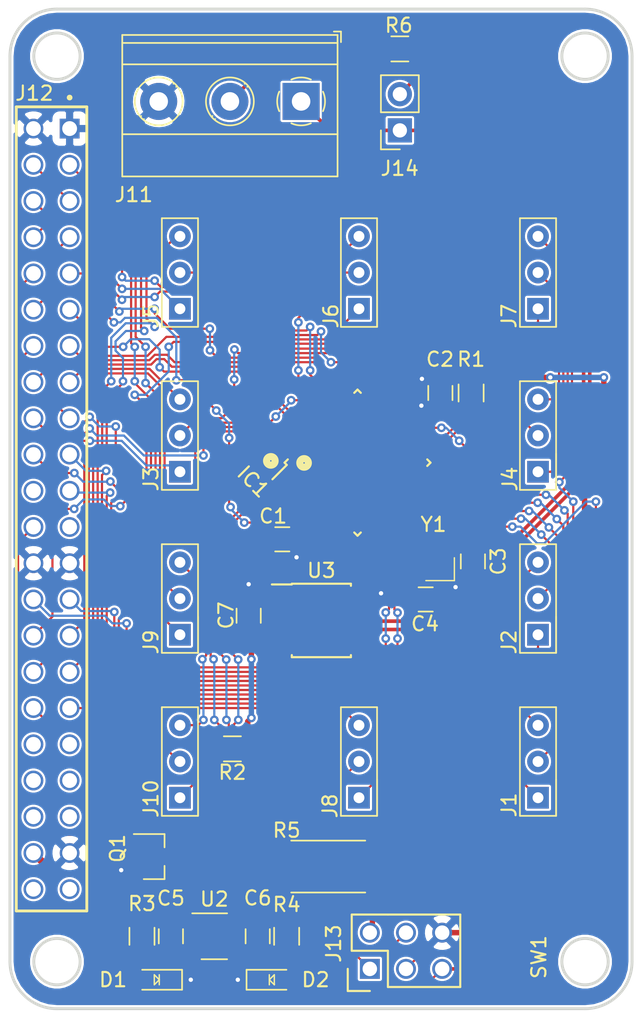
<source format=kicad_pcb>
(kicad_pcb (version 20171130) (host pcbnew 5.1.9-73d0e3b20d~88~ubuntu20.04.1)
  (layers (0 F.Cu signal) (31 B.Cu signal) (34 B.Paste user) (35 F.Paste user) (36 B.SilkS user) (37 F.SilkS user) (38 B.Mask user) (39 F.Mask user) (44 Edge.Cuts user))
  (net 0 "")
  (net 1 GND)
  (net 2 +5V)
  (net 3 "Net-(C2-Pad1)")
  (net 4 "Net-(C3-Pad1)")
  (net 5 "Net-(C4-Pad1)")
  (net 6 +12V)
  (net 7 "Net-(C6-Pad1)")
  (net 8 "Net-(D1-Pad2)")
  (net 9 "Net-(D2-Pad2)")
  (net 10 /PB0)
  (net 11 /PB1)
  (net 12 /PB2)
  (net 13 /PB3)
  (net 14 /PB4)
  (net 15 /PB5)
  (net 16 /PB6)
  (net 17 /PB7)
  (net 18 /PC0)
  (net 19 /PC1)
  (net 20 /PC4)
  (net 21 /PC5)
  (net 22 /PC6)
  (net 23 /PC7)
  (net 24 /PD0)
  (net 25 /PD1)
  (net 26 /PD5)
  (net 27 /PD6)
  (net 28 /PD7)
  (net 29 "Net-(J12-Pad22)")
  (net 30 "Net-(J12-Pad23)")
  (net 31 /DIG-RESET)
  (net 32 /ADC2)
  (net 33 /ADC3)
  (net 34 /ADC4)
  (net 35 /ADC5)
  (net 36 /ADC6)
  (net 37 /ADC7)
  (net 38 /ADC8)
  (net 39 /ADC9_ADC10)
  (net 40 "Net-(J12-Pad35)")
  (net 41 "Net-(J12-Pad36)")
  (net 42 "Net-(J12-Pad37)")
  (net 43 "Net-(J12-Pad38)")
  (net 44 "Net-(J12-Pad39)")
  (net 45 "Net-(J12-Pad40)")
  (net 46 "Net-(J12-Pad43)")
  (net 47 "Net-(J12-Pad44)")
  (net 48 /MISO)
  (net 49 /SCK)
  (net 50 /MOSI)
  (net 51 /RESET)
  (net 52 "Net-(J14-Pad2)")
  (net 53 /CAN_-)
  (net 54 /CAN_TX)
  (net 55 /CAN_RX)
  (net 56 /PD5_ADC2)
  (net 57 /PD6_ADC3)
  (net 58 /PB2_ADC5)
  (net 59 /PC4_ADC8)
  (net 60 /PC5_ADC9)
  (net 61 "Net-(U1-Pad21)")
  (net 62 /PC6_ADC10)
  (net 63 /PB5_ADC6)
  (net 64 /PB6_ADC7)
  (net 65 /PB7_ADC4)
  (net 66 "Net-(U3-Pad5)")
  (net 67 /CAN_+)
  (net 68 /ADC9)
  (net 69 /ADC10)
  (module footprints:SAMTEC_SSW-122-01-G-D (layer F.Cu) (at 29.464 116.078 90)
    (fp_text reference J12 (at 2.4765 -2.4765 180) (layer F.SilkS))
    (fp_text value 732-5311-ND)
    (pad 01 thru_hole rect (at 0 0 90) (size 1.39 1.39) (drill 1.04) (layers *.Cu *.Mask) (net 1 GND))
    (pad 02 thru_hole circle (at 0 -2.54 90) (size 1.39 1.39) (drill 1.04) (layers *.Cu *.Mask) (net 1 GND))
    (pad 03 thru_hole circle (at -2.54 0 90) (size 1.39 1.39) (drill 1.04) (layers *.Cu *.Mask) (net 10 /PB0))
    (pad 04 thru_hole circle (at -2.54 -2.54 90) (size 1.39 1.39) (drill 1.04) (layers *.Cu *.Mask) (net 11 /PB1))
    (pad 05 thru_hole circle (at -5.08 0 90) (size 1.39 1.39) (drill 1.04) (layers *.Cu *.Mask) (net 12 /PB2))
    (pad 06 thru_hole circle (at -5.08 -2.54 90) (size 1.39 1.39) (drill 1.04) (layers *.Cu *.Mask) (net 13 /PB3))
    (pad 07 thru_hole circle (at -7.62 0 90) (size 1.39 1.39) (drill 1.04) (layers *.Cu *.Mask) (net 14 /PB4))
    (pad 08 thru_hole circle (at -7.62 -2.54 90) (size 1.39 1.39) (drill 1.04) (layers *.Cu *.Mask) (net 15 /PB5))
    (pad 09 thru_hole circle (at -10.16 0 90) (size 1.39 1.39) (drill 1.04) (layers *.Cu *.Mask) (net 16 /PB6))
    (pad 10 thru_hole circle (at -10.16 -2.54 90) (size 1.39 1.39) (drill 1.04) (layers *.Cu *.Mask) (net 17 /PB7))
    (pad 11 thru_hole circle (at -12.7 0 90) (size 1.39 1.39) (drill 1.04) (layers *.Cu *.Mask) (net 18 /PC0))
    (pad 12 thru_hole circle (at -12.7 -2.54 90) (size 1.39 1.39) (drill 1.04) (layers *.Cu *.Mask) (net 19 /PC1))
    (pad 13 thru_hole circle (at -15.24 0 90) (size 1.39 1.39) (drill 1.04) (layers *.Cu *.Mask) (net 20 /PC4))
    (pad 14 thru_hole circle (at -15.24 -2.54 90) (size 1.39 1.39) (drill 1.04) (layers *.Cu *.Mask) (net 21 /PC5))
    (pad 15 thru_hole circle (at -17.78 0 90) (size 1.39 1.39) (drill 1.04) (layers *.Cu *.Mask) (net 22 /PC6))
    (pad 16 thru_hole circle (at -17.78 -2.54 90) (size 1.39 1.39) (drill 1.04) (layers *.Cu *.Mask) (net 23 /PC7))
    (pad 17 thru_hole circle (at -20.32 0 90) (size 1.39 1.39) (drill 1.04) (layers *.Cu *.Mask) (net 24 /PD0))
    (pad 18 thru_hole circle (at -20.32 -2.54 90) (size 1.39 1.39) (drill 1.04) (layers *.Cu *.Mask) (net 25 /PD1))
    (pad 19 thru_hole circle (at -22.86 0 90) (size 1.39 1.39) (drill 1.04) (layers *.Cu *.Mask) (net 26 /PD5))
    (pad 20 thru_hole circle (at -22.86 -2.54 90) (size 1.39 1.39) (drill 1.04) (layers *.Cu *.Mask) (net 27 /PD6))
    (pad 21 thru_hole circle (at -25.4 0 90) (size 1.39 1.39) (drill 1.04) (layers *.Cu *.Mask) (net 28 /PD7))
    (pad 22 thru_hole circle (at -25.4 -2.54 90) (size 1.39 1.39) (drill 1.04) (layers *.Cu *.Mask) (net 29 "Net-(J12-Pad22)"))
    (pad 23 thru_hole circle (at -27.94 0 90) (size 1.39 1.39) (drill 1.04) (layers *.Cu *.Mask) (net 30 "Net-(J12-Pad23)"))
    (pad 24 thru_hole circle (at -27.94 -2.54 90) (size 1.39 1.39) (drill 1.04) (layers *.Cu *.Mask) (net 31 /DIG-RESET))
    (pad 25 thru_hole circle (at -30.48 0 90) (size 1.39 1.39) (drill 1.04) (layers *.Cu *.Mask) (net 1 GND))
    (pad 26 thru_hole circle (at -30.48 -2.54 90) (size 1.39 1.39) (drill 1.04) (layers *.Cu *.Mask) (net 1 GND))
    (pad 27 thru_hole circle (at -33.02 0 90) (size 1.39 1.39) (drill 1.04) (layers *.Cu *.Mask) (net 32 /ADC2))
    (pad 28 thru_hole circle (at -33.02 -2.54 90) (size 1.39 1.39) (drill 1.04) (layers *.Cu *.Mask) (net 33 /ADC3))
    (pad 29 thru_hole circle (at -35.56 0 90) (size 1.39 1.39) (drill 1.04) (layers *.Cu *.Mask) (net 34 /ADC4))
    (pad 30 thru_hole circle (at -35.56 -2.54 90) (size 1.39 1.39) (drill 1.04) (layers *.Cu *.Mask) (net 35 /ADC5))
    (pad 31 thru_hole circle (at -38.1 0 90) (size 1.39 1.39) (drill 1.04) (layers *.Cu *.Mask) (net 36 /ADC6))
    (pad 32 thru_hole circle (at -38.1 -2.54 90) (size 1.39 1.39) (drill 1.04) (layers *.Cu *.Mask) (net 37 /ADC7))
    (pad 33 thru_hole circle (at -40.64 0 90) (size 1.39 1.39) (drill 1.04) (layers *.Cu *.Mask) (net 38 /ADC8))
    (pad 34 thru_hole circle (at -40.64 -2.54 90) (size 1.39 1.39) (drill 1.04) (layers *.Cu *.Mask) (net 39 /ADC9_ADC10))
    (pad 35 thru_hole circle (at -43.18 0 90) (size 1.39 1.39) (drill 1.04) (layers *.Cu *.Mask) (net 40 "Net-(J12-Pad35)"))
    (pad 36 thru_hole circle (at -43.18 -2.54 90) (size 1.39 1.39) (drill 1.04) (layers *.Cu *.Mask) (net 41 "Net-(J12-Pad36)"))
    (pad 37 thru_hole circle (at -45.72 0 90) (size 1.39 1.39) (drill 1.04) (layers *.Cu *.Mask) (net 42 "Net-(J12-Pad37)"))
    (pad 38 thru_hole circle (at -45.72 -2.54 90) (size 1.39 1.39) (drill 1.04) (layers *.Cu *.Mask) (net 43 "Net-(J12-Pad38)"))
    (pad 39 thru_hole circle (at -48.26 0 90) (size 1.39 1.39) (drill 1.04) (layers *.Cu *.Mask) (net 44 "Net-(J12-Pad39)"))
    (pad 40 thru_hole circle (at -48.26 -2.54 90) (size 1.39 1.39) (drill 1.04) (layers *.Cu *.Mask) (net 45 "Net-(J12-Pad40)"))
    (pad 41 thru_hole circle (at -50.8 0 90) (size 1.39 1.39) (drill 1.04) (layers *.Cu *.Mask) (net 1 GND))
    (pad 42 thru_hole circle (at -50.8 -2.54 90) (size 1.39 1.39) (drill 1.04) (layers *.Cu *.Mask) (net 6 +12V))
    (pad 43 thru_hole circle (at -53.34 0 90) (size 1.39 1.39) (drill 1.04) (layers *.Cu *.Mask) (net 46 "Net-(J12-Pad43)"))
    (pad 44 thru_hole circle (at -53.34 -2.54 90) (size 1.39 1.39) (drill 1.04) (layers *.Cu *.Mask) (net 47 "Net-(J12-Pad44)"))
  )
  (module footprints:PinHeader_1x03_P2.54mm_Vertical (layer F.Cu) (at 37.211 151.5745 180)
    (fp_text reference J9 (at 2.032 -0.508 90) (layer F.SilkS))
    (fp_text value CONN_01X03)
    (pad 3 thru_hole circle (at 0 5.08 180) (size 1.524 1.524) (drill 0.762) (layers *.Cu *.Mask) (net 69 /ADC10))
    (pad 2 thru_hole circle (at 0 2.54 180) (size 1.524 1.524) (drill 0.762) (layers *.Cu *.Mask) (net 62 /PC6_ADC10))
    (pad 1 thru_hole rect (at 0 0 180) (size 1.524 1.524) (drill 0.762) (layers *.Cu *.Mask) (net 22 /PC6))
  )
  (module footprints:PinHeader_1x03_P2.54mm_Vertical (layer F.Cu) (at 62.357 128.7145 180)
    (fp_text reference J7 (at 2.032 -0.508 90) (layer F.SilkS))
    (fp_text value CONN_01X03)
    (pad 3 thru_hole circle (at 0 5.08 180) (size 1.524 1.524) (drill 0.762) (layers *.Cu *.Mask) (net 38 /ADC8))
    (pad 2 thru_hole circle (at 0 2.54 180) (size 1.524 1.524) (drill 0.762) (layers *.Cu *.Mask) (net 59 /PC4_ADC8))
    (pad 1 thru_hole rect (at 0 0 180) (size 1.524 1.524) (drill 0.762) (layers *.Cu *.Mask) (net 20 /PC4))
  )
  (module footprints:PinHeader_1x03_P2.54mm_Vertical (layer F.Cu) (at 37.211 163.0045 180)
    (fp_text reference J10 (at 2.032 -0.0635 90) (layer F.SilkS))
    (fp_text value CONN_01X03)
    (pad 3 thru_hole circle (at 0 5.08 180) (size 1.524 1.524) (drill 0.762) (layers *.Cu *.Mask) (net 69 /ADC10))
    (pad 2 thru_hole circle (at 0 2.54 180) (size 1.524 1.524) (drill 0.762) (layers *.Cu *.Mask) (net 39 /ADC9_ADC10))
    (pad 1 thru_hole rect (at 0 0 180) (size 1.524 1.524) (drill 0.762) (layers *.Cu *.Mask) (net 68 /ADC9))
  )
  (module footprints:PinHeader_1x03_P2.54mm_Vertical (layer F.Cu) (at 49.784 163.0045 180)
    (fp_text reference J8 (at 2.032 -0.5715 90) (layer F.SilkS))
    (fp_text value CONN_01X03)
    (pad 3 thru_hole circle (at 0 5.08 180) (size 1.524 1.524) (drill 0.762) (layers *.Cu *.Mask) (net 68 /ADC9))
    (pad 2 thru_hole circle (at 0 2.54 180) (size 1.524 1.524) (drill 0.762) (layers *.Cu *.Mask) (net 60 /PC5_ADC9))
    (pad 1 thru_hole rect (at 0 0 180) (size 1.524 1.524) (drill 0.762) (layers *.Cu *.Mask) (net 21 /PC5))
  )
  (module Connector_PinSocket_2.54mm:PinSocket_1x02_P2.54mm_Vertical (layer F.Cu) (at 52.6542 116.205 180)
    (fp_text reference J14 (at 0.0127 -2.667) (layer F.SilkS))
    (fp_text value CONN_01x02)
    (pad 2 thru_hole oval (at 0 2.54 180) (size 1.7 1.7) (drill 1) (layers *.Cu *.Mask) (net 52 "Net-(J14-Pad2)"))
    (pad 1 thru_hole rect (at 0 0 180) (size 1.7 1.7) (drill 1) (layers *.Cu *.Mask) (net 67 /CAN_+))
  )
  (module TerminalBlock_Phoenix:TerminalBlock_Phoenix_MKDS-1,5-3_1x03_P5.00mm_Horizontal (layer F.Cu) (at 45.72 114.173 180)
    (fp_text reference J11 (at 11.7475 -6.5405) (layer F.SilkS))
    (fp_text value Screw_Terminal_01x03)
    (pad 3 thru_hole circle (at 10 0 180) (size 2.6 2.6) (drill 1.3) (layers *.Cu *.Mask) (net 1 GND))
    (pad 2 thru_hole circle (at 5 0 180) (size 2.6 2.6) (drill 1.3) (layers *.Cu *.Mask) (net 53 /CAN_-))
    (pad 1 thru_hole rect (at 0 0 180) (size 2.6 2.6) (drill 1.3) (layers *.Cu *.Mask) (net 67 /CAN_+))
  )
  (module footprints:Crystal_SMD_FA238 (layer F.Cu) (at 54.483 146.177 180)
    (fp_text reference Y1 (at -0.5334 2.3368) (layer F.SilkS))
    (fp_text value Crystal_SMD hide)
    (pad 1 smd rect (at -1.1 0.8 180) (size 1.4 1.2) (layers F.Cu F.Mask) (net 4 "Net-(C3-Pad1)"))
    (pad 2 smd rect (at 1.1 0.8 180) (size 1.4 1.2) (layers F.Cu F.Mask) (net 1 GND))
    (pad 3 smd rect (at 1.1 -0.8 180) (size 1.4 1.2) (layers F.Cu F.Mask) (net 5 "Net-(C4-Pad1)"))
    (pad 4 smd rect (at -1.1 -0.8 180) (size 1.4 1.2) (layers F.Cu F.Mask) (net 1 GND))
  )
  (module footprints:C_0805_OEM (layer F.Cu) (at 42.037 150.241 90)
    (fp_text reference C7 (at 0.0254 -1.5875 90) (layer F.SilkS))
    (fp_text value C_0.1uF hide)
    (pad 2 smd rect (at 1 0 90) (size 1 1.25) (layers F.Cu F.Paste F.Mask) (net 1 GND))
    (pad 1 smd rect (at -1 0 90) (size 1 1.25) (layers F.Cu F.Paste F.Mask) (net 2 +5V))
  )
  (module footprints:R_0805_OEM (layer F.Cu) (at 44.704 172.72 270)
    (fp_text reference R4 (at -2.225 0 180) (layer F.SilkS))
    (fp_text value R_200 hide)
    (pad 2 smd rect (at 0.95 0 270) (size 0.7 1.3) (layers F.Cu F.Paste F.Mask) (net 9 "Net-(D2-Pad2)"))
    (pad 1 smd rect (at -0.95 0 270) (size 0.7 1.3) (layers F.Cu F.Paste F.Mask) (net 7 "Net-(C6-Pad1)"))
  )
  (module footprints:R_0805_OEM (layer F.Cu) (at 34.544 172.72 270)
    (fp_text reference R3 (at -2.286 0 180) (layer F.SilkS))
    (fp_text value R_1K hide)
    (pad 1 smd rect (at -0.95 0 270) (size 0.7 1.3) (layers F.Cu F.Paste F.Mask) (net 6 +12V))
    (pad 2 smd rect (at 0.95 0 270) (size 0.7 1.3) (layers F.Cu F.Paste F.Mask) (net 8 "Net-(D1-Pad2)"))
  )
  (module footprints:TQFP-32_7x7mm_Pitch0.8mm (layer F.Cu) (at 49.682583 139.50601 45)
    (fp_text reference IC1 (at -6.127132 -4.236342 135) (layer F.SilkS))
    (fp_text value ATMEGA16M1 hide)
    (pad 1 smd rect (at -4.25 -2.8 45) (size 1.6 0.55) (layers F.Cu F.Paste F.Mask) (net 48 /MISO))
    (pad 2 smd rect (at -4.25 -2 45) (size 1.6 0.55) (layers F.Cu F.Paste F.Mask) (net 50 /MOSI))
    (pad 3 smd rect (at -4.25 -1.2 45) (size 1.6 0.55) (layers F.Cu F.Paste F.Mask) (net 19 /PC1))
    (pad 4 smd rect (at -4.25 -0.4 45) (size 1.6 0.55) (layers F.Cu F.Paste F.Mask) (net 2 +5V))
    (pad 5 smd rect (at -4.25 0.4 45) (size 1.6 0.55) (layers F.Cu F.Paste F.Mask) (net 1 GND))
    (pad 6 smd rect (at -4.25 1.2 45) (size 1.6 0.55) (layers F.Cu F.Paste F.Mask) (net 54 /CAN_TX))
    (pad 7 smd rect (at -4.25 2 45) (size 1.6 0.55) (layers F.Cu F.Paste F.Mask) (net 55 /CAN_RX))
    (pad 8 smd rect (at -4.25 2.8 45) (size 1.6 0.55) (layers F.Cu F.Paste F.Mask) (net 10 /PB0))
    (pad 9 smd rect (at -2.8 4.25 135) (size 1.6 0.55) (layers F.Cu F.Paste F.Mask) (net 11 /PB1))
    (pad 10 smd rect (at -2 4.25 135) (size 1.6 0.55) (layers F.Cu F.Paste F.Mask) (net 5 "Net-(C4-Pad1)"))
    (pad 11 smd rect (at -1.2 4.25 135) (size 1.6 0.55) (layers F.Cu F.Paste F.Mask) (net 4 "Net-(C3-Pad1)"))
    (pad 12 smd rect (at -0.4 4.25 135) (size 1.6 0.55) (layers F.Cu F.Paste F.Mask) (net 49 /SCK))
    (pad 13 smd rect (at 0.4 4.25 135) (size 1.6 0.55) (layers F.Cu F.Paste F.Mask) (net 56 /PD5_ADC2))
    (pad 14 smd rect (at 1.2 4.25 135) (size 1.6 0.55) (layers F.Cu F.Paste F.Mask) (net 57 /PD6_ADC3))
    (pad 15 smd rect (at 2 4.25 135) (size 1.6 0.55) (layers F.Cu F.Paste F.Mask) (net 28 /PD7))
    (pad 16 smd rect (at 2.8 4.25 135) (size 1.6 0.55) (layers F.Cu F.Paste F.Mask) (net 58 /PB2_ADC5))
    (pad 17 smd rect (at 4.25 2.8 45) (size 1.6 0.55) (layers F.Cu F.Paste F.Mask) (net 59 /PC4_ADC8))
    (pad 18 smd rect (at 4.25 2 45) (size 1.6 0.55) (layers F.Cu F.Paste F.Mask) (net 60 /PC5_ADC9))
    (pad 19 smd rect (at 4.25 1.2 45) (size 1.6 0.55) (layers F.Cu F.Paste F.Mask) (net 3 "Net-(C2-Pad1)"))
    (pad 20 smd rect (at 4.25 0.4 45) (size 1.6 0.55) (layers F.Cu F.Paste F.Mask) (net 1 GND))
    (pad 21 smd rect (at 4.25 -0.4 45) (size 1.6 0.55) (layers F.Cu F.Paste F.Mask) (net 61 "Net-(U1-Pad21)"))
    (pad 22 smd rect (at 4.25 -1.2 45) (size 1.6 0.55) (layers F.Cu F.Paste F.Mask) (net 62 /PC6_ADC10))
    (pad 23 smd rect (at 4.25 -2 45) (size 1.6 0.55) (layers F.Cu F.Paste F.Mask) (net 13 /PB3))
    (pad 24 smd rect (at 4.25 -2.8 45) (size 1.6 0.55) (layers F.Cu F.Paste F.Mask) (net 14 /PB4))
    (pad 25 smd rect (at 2.8 -4.25 135) (size 1.6 0.55) (layers F.Cu F.Paste F.Mask) (net 23 /PC7))
    (pad 26 smd rect (at 2 -4.25 135) (size 1.6 0.55) (layers F.Cu F.Paste F.Mask) (net 63 /PB5_ADC6))
    (pad 27 smd rect (at 1.2 -4.25 135) (size 1.6 0.55) (layers F.Cu F.Paste F.Mask) (net 64 /PB6_ADC7))
    (pad 28 smd rect (at 0.4 -4.25 135) (size 1.6 0.55) (layers F.Cu F.Paste F.Mask) (net 65 /PB7_ADC4))
    (pad 29 smd rect (at -0.4 -4.25 135) (size 1.6 0.55) (layers F.Cu F.Paste F.Mask) (net 24 /PD0))
    (pad 30 smd rect (at -1.2 -4.25 135) (size 1.6 0.55) (layers F.Cu F.Paste F.Mask) (net 18 /PC0))
    (pad 31 smd rect (at -2 -4.25 135) (size 1.6 0.55) (layers F.Cu F.Paste F.Mask) (net 51 /RESET))
    (pad 32 smd rect (at -2.8 -4.25 135) (size 1.6 0.55) (layers F.Cu F.Paste F.Mask) (net 25 /PD1))
  )
  (module footprints:SOIC-8_3.9x4.9mm_Pitch1.27mm_OEM (layer F.Cu) (at 47.1424 150.5712)
    (fp_text reference U3 (at 0 -3.5) (layer F.SilkS))
    (fp_text value MCP2561-E_SN hide)
    (pad 1 smd rect (at -2.7 -1.905) (size 1.55 0.6) (layers F.Cu F.Paste F.Mask) (net 54 /CAN_TX))
    (pad 2 smd rect (at -2.7 -0.635) (size 1.55 0.6) (layers F.Cu F.Paste F.Mask) (net 1 GND))
    (pad 3 smd rect (at -2.7 0.635) (size 1.55 0.6) (layers F.Cu F.Paste F.Mask) (net 2 +5V))
    (pad 4 smd rect (at -2.7 1.905) (size 1.55 0.6) (layers F.Cu F.Paste F.Mask) (net 55 /CAN_RX))
    (pad 5 smd rect (at 2.7 1.905) (size 1.55 0.6) (layers F.Cu F.Paste F.Mask) (net 66 "Net-(U3-Pad5)"))
    (pad 6 smd rect (at 2.7 0.635) (size 1.55 0.6) (layers F.Cu F.Paste F.Mask) (net 53 /CAN_-))
    (pad 7 smd rect (at 2.7 -0.635) (size 1.55 0.6) (layers F.Cu F.Paste F.Mask) (net 67 /CAN_+))
    (pad 8 smd rect (at 2.7 -1.905) (size 1.55 0.6) (layers F.Cu F.Paste F.Mask) (net 1 GND))
  )
  (module footprints:C_0805_OEM (layer F.Cu) (at 42.672 172.72 270)
    (fp_text reference C6 (at -2.683 0 180) (layer F.SilkS))
    (fp_text value C_1uF hide)
    (pad 1 smd rect (at -1 0 270) (size 1 1.25) (layers F.Cu F.Paste F.Mask) (net 7 "Net-(C6-Pad1)"))
    (pad 2 smd rect (at 1 0 270) (size 1 1.25) (layers F.Cu F.Paste F.Mask) (net 1 GND))
  )
  (module footprints:C_0805_OEM (layer F.Cu) (at 36.576 172.72 270)
    (fp_text reference C5 (at -2.667 0 180) (layer F.SilkS))
    (fp_text value C_1uF hide)
    (pad 2 smd rect (at 1 0 270) (size 1 1.25) (layers F.Cu F.Paste F.Mask) (net 1 GND))
    (pad 1 smd rect (at -1 0 270) (size 1 1.25) (layers F.Cu F.Paste F.Mask) (net 6 +12V))
  )
  (module footprints:SW_B3U-1000P_4.2x1.7mm (layer F.Cu) (at 60.5155 175.5775 90)
    (fp_text reference SW1 (at 1.397 1.905 90) (layer F.SilkS))
    (fp_text value SW_Push_SPST_NO)
    (pad 1 smd rect (at 0 0 90) (size 0.8 1.7) (layers F.Cu F.Paste F.Mask) (net 51 /RESET))
    (pad 2 smd rect (at 3.4 0 90) (size 0.8 1.7) (layers F.Cu F.Paste F.Mask) (net 1 GND))
  )
  (module footprints:PinHeader_1x03_P2.54mm_Vertical (layer F.Cu) (at 49.784 128.7145 180)
    (fp_text reference J6 (at 1.9685 -0.508 90) (layer F.SilkS))
    (fp_text value CONN_01X03)
    (pad 3 thru_hole circle (at 0 5.08 180) (size 1.524 1.524) (drill 0.762) (layers *.Cu *.Mask) (net 37 /ADC7))
    (pad 2 thru_hole circle (at 0 2.54 180) (size 1.524 1.524) (drill 0.762) (layers *.Cu *.Mask) (net 64 /PB6_ADC7))
    (pad 1 thru_hole rect (at 0 0 180) (size 1.524 1.524) (drill 0.762) (layers *.Cu *.Mask) (net 16 /PB6))
  )
  (module footprints:LED_0805_OEM (layer F.Cu) (at 35.56 175.768 180)
    (fp_text reference D1 (at 3.048 0) (layer F.SilkS))
    (fp_text value LED_0805 hide)
    (pad 1 smd rect (at -1.1 0) (size 1.2 1.2) (layers F.Cu F.Paste F.Mask) (net 1 GND))
    (pad 2 smd rect (at 1.1 0) (size 1.2 1.2) (layers F.Cu F.Paste F.Mask) (net 8 "Net-(D1-Pad2)"))
  )
  (module footprints:R_0805_OEM (layer F.Cu) (at 52.6542 110.49 180)
    (fp_text reference R6 (at 0.0762 1.651) (layer F.SilkS))
    (fp_text value R_120 hide)
    (pad 1 smd rect (at -0.95 0 180) (size 0.7 1.3) (layers F.Cu F.Paste F.Mask) (net 52 "Net-(J14-Pad2)"))
    (pad 2 smd rect (at 0.95 0 180) (size 0.7 1.3) (layers F.Cu F.Paste F.Mask) (net 53 /CAN_-))
  )
  (module footprints:R_2512_OEM (layer F.Cu) (at 47.625 167.8305 180)
    (fp_text reference R5 (at 2.921 2.54) (layer F.SilkS))
    (fp_text value R_0_2512 hide)
    (pad 1 smd rect (at -3.1 0 180) (size 1 3.2) (layers F.Cu F.Paste F.Mask) (net 2 +5V))
    (pad 2 smd rect (at 3.1 0 180) (size 1 3.2) (layers F.Cu F.Paste F.Mask) (net 7 "Net-(C6-Pad1)"))
  )
  (module footprints:R_0805_OEM (layer F.Cu) (at 57.658 134.62 270)
    (fp_text reference R1 (at -2.3622 0 180) (layer F.SilkS))
    (fp_text value R_100 hide)
    (pad 1 smd rect (at -0.95 0 270) (size 0.7 1.3) (layers F.Cu F.Paste F.Mask) (net 2 +5V))
    (pad 2 smd rect (at 0.95 0 270) (size 0.7 1.3) (layers F.Cu F.Paste F.Mask) (net 3 "Net-(C2-Pad1)"))
  )
  (module footprints:SOT-23F (layer F.Cu) (at 35.3695 167.132)
    (fp_text reference Q1 (at -2.54 -0.5715 90) (layer F.SilkS))
    (fp_text value SSM3K333R hide)
    (pad 1 smd rect (at -1.05 -0.95) (size 0.9 0.8) (layers F.Cu F.Paste F.Mask) (net 31 /DIG-RESET))
    (pad 2 smd rect (at -1.05 0.95) (size 0.9 0.8) (layers F.Cu F.Paste F.Mask) (net 1 GND))
    (pad 3 smd rect (at 1.05 0) (size 0.9 0.8) (layers F.Cu F.Paste F.Mask) (net 51 /RESET))
  )
  (module footprints:PinHeader_1x03_P2.54mm_Vertical (layer F.Cu) (at 37.211 140.1445 180)
    (fp_text reference J3 (at 2.032 -0.508 90) (layer F.SilkS))
    (fp_text value CONN_01X03)
    (pad 3 thru_hole circle (at 0 5.08 180) (size 1.524 1.524) (drill 0.762) (layers *.Cu *.Mask) (net 34 /ADC4))
    (pad 2 thru_hole circle (at 0 2.54 180) (size 1.524 1.524) (drill 0.762) (layers *.Cu *.Mask) (net 65 /PB7_ADC4))
    (pad 1 thru_hole rect (at 0 0 180) (size 1.524 1.524) (drill 0.762) (layers *.Cu *.Mask) (net 17 /PB7))
  )
  (module footprints:Pin_Header_Straight_2x03 (layer F.Cu) (at 50.546 175.006 90)
    (fp_text reference J13 (at 1.778 -2.54 90) (layer F.SilkS))
    (fp_text value CONN_02X03 hide)
    (pad 1 thru_hole rect (at 0 0 90) (size 1.4 1.4) (drill 1.016) (layers *.Cu *.Mask) (net 48 /MISO))
    (pad 2 thru_hole circle (at 2.54 0 90) (size 1.4 1.4) (drill 1.016) (layers *.Cu *.Mask) (net 2 +5V))
    (pad 3 thru_hole circle (at 0 2.54 90) (size 1.4 1.4) (drill 1.016) (layers *.Cu *.Mask) (net 49 /SCK))
    (pad 4 thru_hole circle (at 2.54 2.54 90) (size 1.4 1.4) (drill 1.016) (layers *.Cu *.Mask) (net 50 /MOSI))
    (pad 5 thru_hole circle (at 0 5.08 90) (size 1.4 1.4) (drill 1.016) (layers *.Cu *.Mask) (net 51 /RESET))
    (pad 6 thru_hole circle (at 2.54 5.08 90) (size 1.4 1.4) (drill 1.016) (layers *.Cu *.Mask) (net 1 GND))
  )
  (module footprints:R_0805_OEM (layer F.Cu) (at 40.894 159.5755 180)
    (fp_text reference R2 (at 0 -1.65) (layer F.SilkS))
    (fp_text value R_10K hide)
    (pad 2 smd rect (at 0.95 0 180) (size 0.7 1.3) (layers F.Cu F.Paste F.Mask) (net 51 /RESET))
    (pad 1 smd rect (at -0.95 0 180) (size 0.7 1.3) (layers F.Cu F.Paste F.Mask) (net 2 +5V))
  )
  (module footprints:SOT-23-5 (layer F.Cu) (at 39.624 172.72)
    (fp_text reference U2 (at 0 -2.601) (layer F.SilkS))
    (fp_text value AP7370)
    (pad 1 smd rect (at -1.1 -0.95) (size 1.06 0.65) (layers F.Cu F.Paste F.Mask) (net 6 +12V))
    (pad 2 smd rect (at -1.1 0) (size 1.06 0.65) (layers F.Cu F.Paste F.Mask) (net 1 GND))
    (pad 3 smd rect (at -1.1 0.95) (size 1.06 0.65) (layers F.Cu F.Paste F.Mask))
    (pad 4 smd rect (at 1.1 0.95) (size 1.06 0.65) (layers F.Cu F.Paste F.Mask))
    (pad 5 smd rect (at 1.1 -0.95) (size 1.06 0.65) (layers F.Cu F.Paste F.Mask) (net 7 "Net-(C6-Pad1)"))
  )
  (module footprints:PinHeader_1x03_P2.54mm_Vertical (layer F.Cu) (at 62.357 163.0045 180)
    (fp_text reference J1 (at 2.032 -0.508 90) (layer F.SilkS))
    (fp_text value CONN_01X03)
    (pad 3 thru_hole circle (at 0 5.08 180) (size 1.524 1.524) (drill 0.762) (layers *.Cu *.Mask) (net 32 /ADC2))
    (pad 2 thru_hole circle (at 0 2.54 180) (size 1.524 1.524) (drill 0.762) (layers *.Cu *.Mask) (net 56 /PD5_ADC2))
    (pad 1 thru_hole rect (at 0 0 180) (size 1.524 1.524) (drill 0.762) (layers *.Cu *.Mask) (net 26 /PD5))
  )
  (module footprints:C_0805_OEM (layer F.Cu) (at 44.3992 144.8816)
    (fp_text reference C1 (at -0.6477 -1.6256) (layer F.SilkS))
    (fp_text value C_0.1uF hide)
    (pad 1 smd rect (at -1 0) (size 1 1.25) (layers F.Cu F.Paste F.Mask) (net 2 +5V))
    (pad 2 smd rect (at 1 0) (size 1 1.25) (layers F.Cu F.Paste F.Mask) (net 1 GND))
  )
  (module footprints:PinHeader_1x03_P2.54mm_Vertical (layer F.Cu) (at 62.357 151.5745 180)
    (fp_text reference J2 (at 2.032 -0.508 90) (layer F.SilkS))
    (fp_text value CONN_01X03)
    (pad 3 thru_hole circle (at 0 5.08 180) (size 1.524 1.524) (drill 0.762) (layers *.Cu *.Mask) (net 33 /ADC3))
    (pad 2 thru_hole circle (at 0 2.54 180) (size 1.524 1.524) (drill 0.762) (layers *.Cu *.Mask) (net 57 /PD6_ADC3))
    (pad 1 thru_hole rect (at 0 0 180) (size 1.524 1.524) (drill 0.762) (layers *.Cu *.Mask) (net 27 /PD6))
  )
  (module footprints:C_0805_OEM (layer F.Cu) (at 55.499 134.62 90)
    (fp_text reference C2 (at 2.3622 -0.0254 180) (layer F.SilkS))
    (fp_text value C_100pF hide)
    (pad 1 smd rect (at -1 0 90) (size 1 1.25) (layers F.Cu F.Paste F.Mask) (net 3 "Net-(C2-Pad1)"))
    (pad 2 smd rect (at 1 0 90) (size 1 1.25) (layers F.Cu F.Paste F.Mask) (net 1 GND))
  )
  (module footprints:PinHeader_1x03_P2.54mm_Vertical (layer F.Cu) (at 62.357 140.1445 180)
    (fp_text reference J4 (at 1.9685 -0.508 90) (layer F.SilkS))
    (fp_text value CONN_01X03)
    (pad 3 thru_hole circle (at 0 5.08 180) (size 1.524 1.524) (drill 0.762) (layers *.Cu *.Mask) (net 35 /ADC5))
    (pad 2 thru_hole circle (at 0 2.54 180) (size 1.524 1.524) (drill 0.762) (layers *.Cu *.Mask) (net 58 /PB2_ADC5))
    (pad 1 thru_hole rect (at 0 0 180) (size 1.524 1.524) (drill 0.762) (layers *.Cu *.Mask) (net 12 /PB2))
  )
  (module footprints:PinHeader_1x03_P2.54mm_Vertical (layer F.Cu) (at 37.211 128.7145 180)
    (fp_text reference J5 (at 2.032 -0.508 90) (layer F.SilkS))
    (fp_text value CONN_01X03)
    (pad 3 thru_hole circle (at 0 5.08 180) (size 1.524 1.524) (drill 0.762) (layers *.Cu *.Mask) (net 36 /ADC6))
    (pad 2 thru_hole circle (at 0 2.54 180) (size 1.524 1.524) (drill 0.762) (layers *.Cu *.Mask) (net 63 /PB5_ADC6))
    (pad 1 thru_hole rect (at 0 0 180) (size 1.524 1.524) (drill 0.762) (layers *.Cu *.Mask) (net 15 /PB5))
  )
  (module footprints:LED_0805_OEM (layer F.Cu) (at 43.688 175.768)
    (fp_text reference D2 (at 3.048 0) (layer F.SilkS))
    (fp_text value LED_0805 hide)
    (pad 2 smd rect (at 1.1 0 180) (size 1.2 1.2) (layers F.Cu F.Paste F.Mask) (net 9 "Net-(D2-Pad2)"))
    (pad 1 smd rect (at -1.1 0 180) (size 1.2 1.2) (layers F.Cu F.Paste F.Mask) (net 1 GND))
  )
  (module footprints:C_0805_OEM (layer F.Cu) (at 57.785 146.431 270)
    (fp_text reference C3 (at 0 -1.778 90) (layer F.SilkS))
    (fp_text value C_30pF hide)
    (pad 2 smd rect (at 1 0 270) (size 1 1.25) (layers F.Cu F.Paste F.Mask) (net 1 GND))
    (pad 1 smd rect (at -1 0 270) (size 1 1.25) (layers F.Cu F.Paste F.Mask) (net 4 "Net-(C3-Pad1)"))
  )
  (module footprints:C_0805_OEM (layer F.Cu) (at 54.467 149.098)
    (fp_text reference C4 (at -0.0475 1.7145) (layer F.SilkS))
    (fp_text value C_30pF hide)
    (pad 1 smd rect (at -1 0) (size 1 1.25) (layers F.Cu F.Paste F.Mask) (net 5 "Net-(C4-Pad1)"))
    (pad 2 smd rect (at 1 0) (size 1 1.25) (layers F.Cu F.Paste F.Mask) (net 1 GND))
  )
  (gr_arc (start 65.659 110.998) (end 65.659 107.696) (angle 90) (layer Edge.Cuts) (width 0.2))
  (gr_line (start 25.273 110.998) (end 25.273 174.498) (layer Edge.Cuts) (width 0.2))
  (gr_line (start 65.659 107.696) (end 28.575 107.696) (layer Edge.Cuts) (width 0.2))
  (gr_circle (center 28.575 174.498) (end 30.2006 174.498) (layer Edge.Cuts) (width 0.2))
  (gr_arc (start 28.575 174.498) (end 25.273 174.498) (angle -90) (layer Edge.Cuts) (width 0.2))
  (gr_circle (center 28.575 110.998) (end 30.2006 110.998) (layer Edge.Cuts) (width 0.2))
  (gr_arc (start 28.575 110.998) (end 28.575 107.696) (angle -90) (layer Edge.Cuts) (width 0.2))
  (gr_circle (center 65.659 174.498) (end 64.0334 174.498) (layer Edge.Cuts) (width 0.2))
  (gr_circle (center 65.659 110.998) (end 64.0334 110.998) (layer Edge.Cuts) (width 0.2))
  (gr_arc (start 65.659 174.498) (end 68.961 174.498) (angle 90) (layer Edge.Cuts) (width 0.2))
  (gr_line (start 68.961 110.998) (end 68.961 174.498) (layer Edge.Cuts) (width 0.2))
  (gr_line (start 28.575 177.8) (end 65.659 177.8) (layer Edge.Cuts) (width 0.2))
  (via (at 40.6654 137.7696) (size 0.6096) (drill 0.3048) (layers F.Cu B.Cu) (net 19))
  (via (at 40.767 142.621) (size 0.6096) (drill 0.3048) (layers F.Cu B.Cu) (net 19))
  (via (at 32.5755 129.667) (size 0.6096) (drill 0.3048) (layers F.Cu B.Cu) (net 19))
  (via (at 30.8737 136.2964) (size 0.6096) (drill 0.3048) (layers F.Cu B.Cu) (net 21))
  (via (at 39.3065 130.1115) (size 0.6096) (drill 0.3048) (layers F.Cu B.Cu) (net 14))
  (via (at 33.02 142.5575) (size 0.6096) (drill 0.3048) (layers F.Cu B.Cu) (net 35))
  (via (at 63.8556 140.8684) (size 0.6096) (drill 0.3048) (layers F.Cu B.Cu) (net 38))
  (via (at 62.3316 142.3162) (size 0.6096) (drill 0.3048) (layers F.Cu B.Cu) (net 28))
  (segment (start 53.383 145.377) (end 53.683 145.377) (width 0.254) (layer F.Cu) (net 1))
  (via (at 37.973006 175.768) (size 0.6096) (drill 0.3048) (layers F.Cu B.Cu) (net 1))
  (via (at 41.275064 175.768) (size 0.6096) (drill 0.3048) (layers F.Cu B.Cu) (net 1))
  (segment (start 36.66 175.768) (end 37.973006 175.768) (width 0.508) (layer F.Cu) (net 1))
  (segment (start 55.583 148.982) (end 55.467 149.098) (width 0.254) (layer F.Cu) (net 1))
  (segment (start 55.283 146.977) (end 55.583 146.977) (width 0.254) (layer F.Cu) (net 1))
  (segment (start 36.66 173.804) (end 36.576 173.72) (width 0.508) (layer F.Cu) (net 1))
  (segment (start 36.576 173.72) (end 37.576 172.72) (width 0.508) (layer F.Cu) (net 1))
  (segment (start 45.3992 144.355079) (end 46.960222 142.794057) (width 0.381) (layer F.Cu) (net 1))
  (segment (start 42.588 175.768) (end 41.275064 175.768) (width 0.508) (layer F.Cu) (net 1))
  (segment (start 37.576 172.72) (end 38.524 172.72) (width 0.508) (layer F.Cu) (net 1))
  (segment (start 57.331 146.977) (end 57.785 147.431) (width 0.254) (layer F.Cu) (net 1))
  (segment (start 55.583 146.977) (end 55.583 148.982) (width 0.254) (layer F.Cu) (net 1))
  (segment (start 45.3992 144.8816) (end 45.3992 144.355079) (width 0.381) (layer F.Cu) (net 1))
  (segment (start 42.672 173.72) (end 42.672 175.684) (width 0.508) (layer F.Cu) (net 1))
  (segment (start 36.66 175.768) (end 36.66 173.804) (width 0.508) (layer F.Cu) (net 1))
  (segment (start 53.683 145.377) (end 55.283 146.977) (width 0.254) (layer F.Cu) (net 1))
  (segment (start 42.672 175.684) (end 42.588 175.768) (width 0.508) (layer F.Cu) (net 1))
  (segment (start 55.583 146.977) (end 57.331 146.977) (width 0.254) (layer F.Cu) (net 1))
  (segment (start 42.7322 149.9362) (end 42.037 149.241) (width 0.381) (layer F.Cu) (net 1))
  (segment (start 44.4424 149.9362) (end 42.7322 149.9362) (width 0.381) (layer F.Cu) (net 1))
  (segment (start 45.3992 144.8816) (end 45.3992 145.2024) (width 0.381) (layer F.Cu) (net 1))
  (segment (start 42.037 149.241) (end 42.037 148.0312) (width 0.381) (layer F.Cu) (net 1))
  (segment (start 42.037 148.0312) (end 42.037 148.0312) (width 0.381) (layer F.Cu) (net 1))
  (via (at 42.037 148.0312) (size 0.6096) (drill 0.3048) (layers F.Cu B.Cu) (net 1))
  (segment (start 45.3992 144.8816) (end 45.3992 146.1422) (width 0.381) (layer F.Cu) (net 1))
  (segment (start 45.3992 146.1422) (end 45.3992 146.1422) (width 0.381) (layer F.Cu) (net 1))
  (via (at 45.3992 146.1422) (size 0.6096) (drill 0.3048) (layers F.Cu B.Cu) (net 1))
  (segment (start 49.8424 148.6662) (end 51.3334 148.6662) (width 0.381) (layer F.Cu) (net 1))
  (segment (start 51.3334 148.6662) (end 51.4096 148.6662) (width 0.381) (layer F.Cu) (net 1))
  (via (at 51.3334 148.6662) (size 0.6096) (drill 0.3048) (layers F.Cu B.Cu) (net 1))
  (via (at 56.5658 148.2344) (size 0.6096) (drill 0.3048) (layers F.Cu B.Cu) (net 1))
  (segment (start 55.467 149.098) (end 55.7022 149.098) (width 0.254) (layer F.Cu) (net 1))
  (segment (start 55.7022 149.098) (end 56.5658 148.2344) (width 0.254) (layer F.Cu) (net 1))
  (segment (start 54.213 133.62) (end 54.2036 133.6294) (width 0.381) (layer F.Cu) (net 1))
  (segment (start 55.499 133.62) (end 54.213 133.62) (width 0.381) (layer F.Cu) (net 1))
  (via (at 54.2036 133.6294) (size 0.6096) (drill 0.3048) (layers F.Cu B.Cu) (net 1))
  (via (at 54.1655 135.509) (size 0.6096) (drill 0.3048) (layers F.Cu B.Cu) (net 1))
  (segment (start 52.97063 136.783649) (end 52.97063 136.70387) (width 0.381) (layer F.Cu) (net 1))
  (segment (start 52.97063 136.70387) (end 54.1655 135.509) (width 0.381) (layer F.Cu) (net 1))
  (segment (start 34.3195 168.082) (end 33.086 168.082) (width 0.381) (layer F.Cu) (net 1))
  (segment (start 33.086 168.082) (end 33.086 168.082) (width 0.381) (layer F.Cu) (net 1))
  (via (at 33.086 168.082) (size 0.6096) (drill 0.3048) (layers F.Cu B.Cu) (net 1))
  (segment (start 60.227 172.466) (end 60.5155 172.1775) (width 0.381) (layer F.Cu) (net 1))
  (segment (start 55.626 172.466) (end 60.227 172.466) (width 0.381) (layer F.Cu) (net 1))
  (segment (start 50.725 167.8305) (end 50.725 172.287) (width 0.381) (layer F.Cu) (net 2))
  (segment (start 44.4076 151.241) (end 44.4424 151.2062) (width 0.381) (layer F.Cu) (net 2))
  (segment (start 46.394536 142.228371) (end 43.741307 144.8816) (width 0.381) (layer F.Cu) (net 2))
  (segment (start 42.037 151.241) (end 44.4076 151.241) (width 0.381) (layer F.Cu) (net 2))
  (segment (start 43.741307 144.8816) (end 43.3992 144.8816) (width 0.381) (layer F.Cu) (net 2))
  (segment (start 50.725 172.287) (end 50.546 172.466) (width 0.381) (layer F.Cu) (net 2))
  (via (at 42.2275 157.4038) (size 0.6096) (drill 0.3048) (layers F.Cu B.Cu) (net 2))
  (segment (start 66.9798 133.5278) (end 66.9798 133.5278) (width 0.381) (layer F.Cu) (net 2))
  (via (at 66.9798 133.5278) (size 0.6096) (drill 0.3048) (layers F.Cu B.Cu) (net 2))
  (segment (start 41.9735 157.6578) (end 42.2275 157.4038) (width 0.381) (layer F.Cu) (net 2))
  (segment (start 41.9735 159.446) (end 41.9735 157.6578) (width 0.381) (layer F.Cu) (net 2))
  (segment (start 41.844 159.5755) (end 41.9735 159.446) (width 0.381) (layer F.Cu) (net 2))
  (via (at 42.2275 153.288998) (size 0.6096) (drill 0.3048) (layers F.Cu B.Cu) (net 2))
  (segment (start 42.2275 157.4038) (end 42.2275 153.288998) (width 0.381) (layer B.Cu) (net 2))
  (segment (start 40.513 149.717) (end 42.037 151.241) (width 0.381) (layer F.Cu) (net 2))
  (segment (start 40.513 148.082) (end 40.513 149.717) (width 0.381) (layer F.Cu) (net 2))
  (segment (start 43.3992 145.1958) (end 40.513 148.082) (width 0.381) (layer F.Cu) (net 2))
  (segment (start 43.3992 144.8816) (end 43.3992 145.1958) (width 0.381) (layer F.Cu) (net 2))
  (segment (start 42.2275 151.765) (end 42.2275 153.288998) (width 0.381) (layer F.Cu) (net 2))
  (segment (start 42.037 151.5745) (end 42.2275 151.765) (width 0.381) (layer F.Cu) (net 2))
  (segment (start 42.037 151.241) (end 42.037 151.5745) (width 0.381) (layer F.Cu) (net 2))
  (segment (start 50.725 167.8305) (end 50.725 165.556) (width 0.381) (layer F.Cu) (net 2))
  (segment (start 66.9798 140.3477) (end 66.9798 133.5278) (width 0.381) (layer F.Cu) (net 2))
  (segment (start 65.62725 141.70025) (end 66.9798 140.3477) (width 0.381) (layer F.Cu) (net 2))
  (segment (start 65.62725 164.49675) (end 65.62725 141.70025) (width 0.381) (layer F.Cu) (net 2))
  (segment (start 64.5795 165.5445) (end 65.62725 164.49675) (width 0.381) (layer F.Cu) (net 2))
  (segment (start 50.7365 165.5445) (end 64.5795 165.5445) (width 0.381) (layer F.Cu) (net 2))
  (segment (start 47.813 165.5445) (end 41.844 159.5755) (width 0.381) (layer F.Cu) (net 2))
  (segment (start 50.7365 165.5445) (end 47.813 165.5445) (width 0.381) (layer F.Cu) (net 2))
  (via (at 63.220602 133.5278) (size 0.6096) (drill 0.3048) (layers F.Cu B.Cu) (net 2))
  (segment (start 66.9798 133.5278) (end 63.220602 133.5278) (width 0.381) (layer B.Cu) (net 2))
  (segment (start 57.8002 133.5278) (end 63.220602 133.5278) (width 0.381) (layer F.Cu) (net 2))
  (segment (start 57.658 133.67) (end 57.8002 133.5278) (width 0.381) (layer F.Cu) (net 2))
  (segment (start 53.536315 137.349334) (end 53.769666 137.349334) (width 0.381) (layer F.Cu) (net 3))
  (segment (start 53.769666 137.349334) (end 55.499 135.62) (width 0.381) (layer F.Cu) (net 3))
  (segment (start 57.608 135.62) (end 57.658 135.57) (width 0.381) (layer F.Cu) (net 3))
  (segment (start 55.499 135.62) (end 57.608 135.62) (width 0.381) (layer F.Cu) (net 3))
  (segment (start 55.583 145.377) (end 57.731 145.377) (width 0.1524) (layer F.Cu) (net 4))
  (segment (start 57.731 145.377) (end 57.785 145.431) (width 0.1524) (layer F.Cu) (net 4))
  (segment (start 54.5288 144.3228) (end 55.583 145.377) (width 0.1524) (layer F.Cu) (net 4))
  (segment (start 52.709744 144.3228) (end 54.5288 144.3228) (width 0.1524) (layer F.Cu) (net 4))
  (segment (start 51.813676 143.426732) (end 52.709744 144.3228) (width 0.1524) (layer F.Cu) (net 4))
  (segment (start 52.5306 146.977) (end 53.383 146.977) (width 0.1524) (layer F.Cu) (net 5))
  (segment (start 53.383 146.977) (end 53.383 148.744) (width 0.1524) (layer F.Cu) (net 5))
  (segment (start 52.197 144.941427) (end 52.197 146.6434) (width 0.1524) (layer F.Cu) (net 5))
  (segment (start 51.24799 143.992417) (end 52.197 144.941427) (width 0.1524) (layer F.Cu) (net 5))
  (segment (start 52.197 146.6434) (end 52.5306 146.977) (width 0.1524) (layer F.Cu) (net 5))
  (segment (start 36.576 171.72) (end 38.474 171.72) (width 0.508) (layer F.Cu) (net 6))
  (segment (start 36.526 171.77) (end 36.576 171.72) (width 0.508) (layer F.Cu) (net 6))
  (segment (start 30.038 171.77) (end 34.544 171.77) (width 0.508) (layer F.Cu) (net 6))
  (segment (start 38.474 171.72) (end 38.524 171.77) (width 0.508) (layer F.Cu) (net 6))
  (segment (start 26.924 166.878) (end 28.194 168.148) (width 0.508) (layer F.Cu) (net 6))
  (segment (start 34.544 171.77) (end 36.526 171.77) (width 0.508) (layer F.Cu) (net 6))
  (segment (start 28.194 169.926) (end 30.038 171.77) (width 0.508) (layer F.Cu) (net 6))
  (segment (start 28.194 168.148) (end 28.194 169.926) (width 0.508) (layer F.Cu) (net 6))
  (segment (start 40.724 171.77) (end 42.622 171.77) (width 0.381) (layer F.Cu) (net 7))
  (segment (start 44.704 168.0095) (end 44.525 167.8305) (width 0.381) (layer F.Cu) (net 7))
  (segment (start 42.622 171.77) (end 42.672 171.72) (width 0.381) (layer F.Cu) (net 7))
  (segment (start 44.704 171.77) (end 44.704 168.0095) (width 0.381) (layer F.Cu) (net 7))
  (segment (start 44.654 171.72) (end 44.704 171.77) (width 0.381) (layer F.Cu) (net 7))
  (segment (start 42.672 171.72) (end 44.654 171.72) (width 0.381) (layer F.Cu) (net 7))
  (segment (start 34.544 173.67) (end 34.544 175.684) (width 0.254) (layer F.Cu) (net 8))
  (segment (start 34.544 175.684) (end 34.46 175.768) (width 0.254) (layer F.Cu) (net 8))
  (segment (start 44.788 173.754) (end 44.704 173.67) (width 0.254) (layer F.Cu) (net 9))
  (segment (start 44.788 175.768) (end 44.788 173.754) (width 0.254) (layer F.Cu) (net 9))
  (segment (start 51.6636 150.0124) (end 51.5874 150.0886) (width 0.1524) (layer F.Cu) (net 10))
  (via (at 51.6636 150.0124) (size 0.6096) (drill 0.3048) (layers F.Cu B.Cu) (net 10))
  (segment (start 51.8922 149.7838) (end 51.6636 150.0124) (width 0.1524) (layer F.Cu) (net 10))
  (segment (start 51.8922 147.726035) (end 51.8922 149.7838) (width 0.1524) (layer F.Cu) (net 10))
  (segment (start 48.657278 144.491113) (end 51.8922 147.726035) (width 0.1524) (layer F.Cu) (net 10))
  (segment (start 51.6636 150.0124) (end 51.6636 151.8412) (width 0.1524) (layer B.Cu) (net 10))
  (segment (start 51.6636 151.8412) (end 51.6636 151.8412) (width 0.1524) (layer B.Cu) (net 10))
  (via (at 51.6636 151.8412) (size 0.6096) (drill 0.3048) (layers F.Cu B.Cu) (net 10))
  (segment (start 34.7345 134.0485) (end 34.7345 134.0485) (width 0.1524) (layer F.Cu) (net 10))
  (via (at 34.798 133.9215) (size 0.6096) (drill 0.3048) (layers F.Cu B.Cu) (net 10))
  (segment (start 34.798 133.9215) (end 34.798 131.3815) (width 0.1524) (layer B.Cu) (net 10))
  (segment (start 34.798 131.3815) (end 34.798 131.3815) (width 0.1524) (layer B.Cu) (net 10))
  (via (at 34.798 131.3815) (size 0.6096) (drill 0.3048) (layers F.Cu B.Cu) (net 10))
  (segment (start 35.4965 134.62) (end 34.798 133.9215) (width 0.1524) (layer F.Cu) (net 10))
  (segment (start 35.4965 153.5303) (end 35.4965 134.62) (width 0.1524) (layer F.Cu) (net 10))
  (segment (start 35.8267 153.8605) (end 35.4965 153.5303) (width 0.1524) (layer F.Cu) (net 10))
  (segment (start 50.9778 153.8605) (end 35.8267 153.8605) (width 0.1524) (layer F.Cu) (net 10))
  (segment (start 51.6636 153.1747) (end 50.9778 153.8605) (width 0.1524) (layer F.Cu) (net 10))
  (segment (start 51.6636 151.8412) (end 51.6636 153.1747) (width 0.1524) (layer F.Cu) (net 10))
  (segment (start 34.0995 125.0315) (end 34.0995 130.683) (width 0.1524) (layer F.Cu) (net 10))
  (segment (start 30.988 121.92) (end 34.0995 125.0315) (width 0.1524) (layer F.Cu) (net 10))
  (segment (start 30.988 120.142) (end 30.988 121.92) (width 0.1524) (layer F.Cu) (net 10))
  (segment (start 34.0995 130.683) (end 34.798 131.3815) (width 0.1524) (layer F.Cu) (net 10))
  (segment (start 29.464 118.618) (end 30.988 120.142) (width 0.1524) (layer F.Cu) (net 10))
  (segment (start 52.4891 150.0251) (end 52.5526 150.0886) (width 0.1524) (layer F.Cu) (net 11))
  (via (at 52.4891 150.0251) (size 0.6096) (drill 0.3048) (layers F.Cu B.Cu) (net 11))
  (segment (start 52.2732 147.675969) (end 52.2732 149.8092) (width 0.1524) (layer F.Cu) (net 11))
  (segment (start 52.2732 149.8092) (end 52.4891 150.0251) (width 0.1524) (layer F.Cu) (net 11))
  (segment (start 51.73981 147.142579) (end 52.2732 147.675969) (width 0.1524) (layer F.Cu) (net 11))
  (segment (start 51.739809 145.523034) (end 51.73981 147.142579) (width 0.1524) (layer F.Cu) (net 11))
  (segment (start 50.707888 144.491113) (end 51.739809 145.523034) (width 0.1524) (layer F.Cu) (net 11))
  (segment (start 52.4891 150.0251) (end 52.4891 151.8412) (width 0.1524) (layer B.Cu) (net 11))
  (segment (start 52.4891 151.8412) (end 52.4891 151.8412) (width 0.1524) (layer B.Cu) (net 11))
  (via (at 52.4891 151.8412) (size 0.6096) (drill 0.3048) (layers F.Cu B.Cu) (net 11))
  (segment (start 34.036 133.9215) (end 34.036 133.9215) (width 0.1524) (layer F.Cu) (net 11))
  (via (at 34.036 133.7945) (size 0.6096) (drill 0.3048) (layers F.Cu B.Cu) (net 11))
  (segment (start 34.036 133.9215) (end 34.036 131.3815) (width 0.1524) (layer B.Cu) (net 11))
  (segment (start 34.036 131.3815) (end 34.036 131.3815) (width 0.1524) (layer B.Cu) (net 11))
  (via (at 34.036 131.3815) (size 0.6096) (drill 0.3048) (layers F.Cu B.Cu) (net 11))
  (segment (start 35.179 135.0645) (end 34.036 133.9215) (width 0.1524) (layer F.Cu) (net 11))
  (segment (start 35.179 153.661704) (end 35.179 135.0645) (width 0.1524) (layer F.Cu) (net 11))
  (segment (start 35.695296 154.178) (end 35.179 153.661704) (width 0.1524) (layer F.Cu) (net 11))
  (segment (start 51.091367 154.178) (end 35.695296 154.178) (width 0.1524) (layer F.Cu) (net 11))
  (segment (start 52.4891 152.780267) (end 51.091367 154.178) (width 0.1524) (layer F.Cu) (net 11))
  (segment (start 52.4891 151.8412) (end 52.4891 152.780267) (width 0.1524) (layer F.Cu) (net 11))
  (segment (start 28.0416 121.4501) (end 28.0416 119.7356) (width 0.1524) (layer F.Cu) (net 11))
  (segment (start 28.702 122.1105) (end 28.0416 121.4501) (width 0.1524) (layer F.Cu) (net 11))
  (segment (start 28.0416 119.7356) (end 26.924 118.618) (width 0.1524) (layer F.Cu) (net 11))
  (segment (start 30.6705 122.1105) (end 28.702 122.1105) (width 0.1524) (layer F.Cu) (net 11))
  (segment (start 33.782 125.222) (end 30.6705 122.1105) (width 0.1524) (layer F.Cu) (net 11))
  (segment (start 33.782 131.1275) (end 33.782 125.222) (width 0.1524) (layer F.Cu) (net 11))
  (segment (start 34.036 131.3815) (end 33.782 131.1275) (width 0.1524) (layer F.Cu) (net 11))
  (segment (start 29.845 121.158) (end 29.464 121.158) (width 0.1524) (layer F.Cu) (net 12))
  (segment (start 28.3845 118.11) (end 28.3845 120.0785) (width 0.1524) (layer F.Cu) (net 12))
  (segment (start 28.956 117.5385) (end 28.3845 118.11) (width 0.1524) (layer F.Cu) (net 12))
  (segment (start 29.9085 117.5385) (end 28.956 117.5385) (width 0.1524) (layer F.Cu) (net 12))
  (segment (start 58.5978 121.92) (end 34.29 121.92) (width 0.1524) (layer F.Cu) (net 12))
  (segment (start 61.5188 124.841) (end 58.5978 121.92) (width 0.1524) (layer F.Cu) (net 12))
  (segment (start 62.8396 124.841) (end 61.5188 124.841) (width 0.1524) (layer F.Cu) (net 12))
  (segment (start 64.439822 126.441222) (end 62.8396 124.841) (width 0.1524) (layer F.Cu) (net 12))
  (segment (start 64.439822 138.976078) (end 64.439822 126.441222) (width 0.1524) (layer F.Cu) (net 12))
  (segment (start 28.3845 120.0785) (end 29.464 121.158) (width 0.1524) (layer F.Cu) (net 12))
  (segment (start 63.2714 140.1445) (end 64.439822 138.976078) (width 0.1524) (layer F.Cu) (net 12))
  (segment (start 34.29 121.92) (end 29.9085 117.5385) (width 0.1524) (layer F.Cu) (net 12))
  (segment (start 62.357 140.1445) (end 63.2714 140.1445) (width 0.1524) (layer F.Cu) (net 12))
  (via (at 47.8155 132.461) (size 0.6096) (drill 0.3048) (layers F.Cu B.Cu) (net 13))
  (segment (start 47.117 131.7625) (end 47.117 130.302) (width 0.1524) (layer B.Cu) (net 13))
  (segment (start 47.8155 132.461) (end 47.117 131.7625) (width 0.1524) (layer B.Cu) (net 13))
  (via (at 47.117 130.302) (size 0.6096) (drill 0.3048) (layers F.Cu B.Cu) (net 13))
  (via (at 33.147 126.492002) (size 0.6096) (drill 0.3048) (layers F.Cu B.Cu) (net 13))
  (segment (start 50.7365 132.461) (end 47.8155 132.461) (width 0.1524) (layer F.Cu) (net 13))
  (segment (start 51.8795 133.604) (end 50.7365 132.461) (width 0.1524) (layer F.Cu) (net 13))
  (segment (start 51.8795 134.480666) (end 51.8795 133.604) (width 0.1524) (layer F.Cu) (net 13))
  (segment (start 51.8795 134.480666) (end 51.273573 135.086593) (width 0.1524) (layer F.Cu) (net 13))
  (segment (start 33.147 125.0315) (end 33.147 126.492002) (width 0.1524) (layer F.Cu) (net 13))
  (segment (start 30.5435 122.428) (end 33.147 125.0315) (width 0.1524) (layer F.Cu) (net 13))
  (segment (start 28.194 122.428) (end 30.5435 122.428) (width 0.1524) (layer F.Cu) (net 13))
  (segment (start 26.924 121.158) (end 28.194 122.428) (width 0.1524) (layer F.Cu) (net 13))
  (via (at 35.433 126.746) (size 0.6096) (drill 0.3048) (layers F.Cu B.Cu) (net 13))
  (segment (start 33.400998 126.746) (end 35.433 126.746) (width 0.1524) (layer B.Cu) (net 13))
  (segment (start 33.147 126.492002) (end 33.400998 126.746) (width 0.1524) (layer B.Cu) (net 13))
  (segment (start 35.8775 127.1905) (end 35.433 126.746) (width 0.1524) (layer F.Cu) (net 13))
  (segment (start 40.2463 127.1905) (end 35.8775 127.1905) (width 0.1524) (layer F.Cu) (net 13))
  (segment (start 43.611778 130.555978) (end 40.2463 127.1905) (width 0.1524) (layer F.Cu) (net 13))
  (segment (start 46.863022 130.555978) (end 43.611778 130.555978) (width 0.1524) (layer F.Cu) (net 13))
  (segment (start 47.117 130.302) (end 46.863022 130.555978) (width 0.1524) (layer F.Cu) (net 13))
  (via (at 39.3192 131.6228) (size 0.6096) (drill 0.3048) (layers F.Cu B.Cu) (net 14))
  (segment (start 39.3192 131.6228) (end 39.3192 130.1242) (width 0.1524) (layer B.Cu) (net 14))
  (via (at 35.433 128.7145) (size 0.6096) (drill 0.3048) (layers F.Cu B.Cu) (net 14))
  (segment (start 35.433 129.032) (end 35.433 128.7145) (width 0.1524) (layer F.Cu) (net 14))
  (segment (start 36.5125 130.1115) (end 35.433 129.032) (width 0.1524) (layer F.Cu) (net 14))
  (segment (start 39.3065 130.1115) (end 36.5125 130.1115) (width 0.1524) (layer F.Cu) (net 14))
  (segment (start 39.8399 132.1435) (end 39.3192 131.6228) (width 0.1524) (layer F.Cu) (net 14))
  (segment (start 46.736 132.1435) (end 39.8399 132.1435) (width 0.1524) (layer F.Cu) (net 14))
  (segment (start 47.625 133.0325) (end 46.736 132.1435) (width 0.1524) (layer F.Cu) (net 14))
  (segment (start 49.219481 133.0325) (end 47.625 133.0325) (width 0.1524) (layer F.Cu) (net 14))
  (segment (start 50.707888 134.520907) (end 49.219481 133.0325) (width 0.1524) (layer F.Cu) (net 14))
  (segment (start 31.369 127.3175) (end 32.9565 128.905) (width 0.1524) (layer F.Cu) (net 14))
  (segment (start 28.321 126.619) (end 29.0195 127.3175) (width 0.1524) (layer F.Cu) (net 14))
  (segment (start 28.321 124.841) (end 28.321 126.619) (width 0.1524) (layer F.Cu) (net 14))
  (segment (start 29.464 123.698) (end 28.321 124.841) (width 0.1524) (layer F.Cu) (net 14))
  (segment (start 29.0195 127.3175) (end 31.369 127.3175) (width 0.1524) (layer F.Cu) (net 14))
  (segment (start 33.147 128.7145) (end 32.9565 128.905) (width 0.1524) (layer B.Cu) (net 14))
  (via (at 32.9565 128.905) (size 0.6096) (drill 0.3048) (layers F.Cu B.Cu) (net 14))
  (segment (start 35.433 128.7145) (end 33.147 128.7145) (width 0.1524) (layer B.Cu) (net 14))
  (segment (start 35.814 127.3175) (end 33.147 127.3175) (width 0.1524) (layer B.Cu) (net 15))
  (segment (start 37.211 128.7145) (end 35.814 127.3175) (width 0.1524) (layer B.Cu) (net 15))
  (segment (start 33.147 127.3175) (end 33.147 127.3175) (width 0.1524) (layer B.Cu) (net 15))
  (via (at 33.147 127.3175) (size 0.6096) (drill 0.3048) (layers F.Cu B.Cu) (net 15))
  (segment (start 30.445399 122.774399) (end 27.847601 122.774399) (width 0.1524) (layer F.Cu) (net 15))
  (segment (start 32.5755 124.9045) (end 30.445399 122.774399) (width 0.1524) (layer F.Cu) (net 15))
  (segment (start 32.5755 126.746) (end 32.5755 124.9045) (width 0.1524) (layer F.Cu) (net 15))
  (segment (start 27.847601 122.774399) (end 26.924 123.698) (width 0.1524) (layer F.Cu) (net 15))
  (segment (start 33.147 127.3175) (end 32.5755 126.746) (width 0.1524) (layer F.Cu) (net 15))
  (via (at 35.433 127.889) (size 0.6096) (drill 0.3048) (layers F.Cu B.Cu) (net 16))
  (segment (start 35.814 127.508) (end 35.433 127.889) (width 0.1524) (layer F.Cu) (net 16))
  (segment (start 40.1193 127.508) (end 35.814 127.508) (width 0.1524) (layer F.Cu) (net 16))
  (segment (start 43.472089 130.860789) (end 40.1193 127.508) (width 0.1524) (layer F.Cu) (net 16))
  (segment (start 47.637711 130.860789) (end 43.472089 130.860789) (width 0.1524) (layer F.Cu) (net 16))
  (segment (start 49.784 128.7145) (end 47.637711 130.860789) (width 0.1524) (layer F.Cu) (net 16))
  (segment (start 29.464 126.238) (end 31.297872 126.238) (width 0.1524) (layer F.Cu) (net 16))
  (via (at 33.14158 128.081708) (size 0.6096) (drill 0.3048) (layers F.Cu B.Cu) (net 16))
  (segment (start 31.297872 126.238) (end 33.14158 128.081708) (width 0.1524) (layer F.Cu) (net 16))
  (segment (start 35.433 127.889) (end 33.334288 127.889) (width 0.1524) (layer B.Cu) (net 16))
  (segment (start 33.334288 127.889) (end 33.14158 128.081708) (width 0.1524) (layer B.Cu) (net 16))
  (via (at 30.8864 137.9728) (size 0.6096) (drill 0.3048) (layers F.Cu B.Cu) (net 17))
  (segment (start 27.13187 137.9728) (end 30.8864 137.9728) (width 0.1524) (layer F.Cu) (net 17))
  (segment (start 25.654 136.49493) (end 27.13187 137.9728) (width 0.1524) (layer F.Cu) (net 17))
  (segment (start 25.654 127.508) (end 25.654 136.49493) (width 0.1524) (layer F.Cu) (net 17))
  (segment (start 26.924 126.238) (end 25.654 127.508) (width 0.1524) (layer F.Cu) (net 17))
  (segment (start 34.8488 139.7) (end 33.1216 137.9728) (width 0.1524) (layer B.Cu) (net 17))
  (segment (start 36.7665 139.7) (end 34.8488 139.7) (width 0.1524) (layer B.Cu) (net 17))
  (segment (start 33.1216 137.9728) (end 30.8864 137.9728) (width 0.1524) (layer B.Cu) (net 17))
  (segment (start 37.211 140.1445) (end 36.7665 139.7) (width 0.1524) (layer B.Cu) (net 17))
  (via (at 35.7886 132.8166) (size 0.6096) (drill 0.3048) (layers F.Cu B.Cu) (net 18))
  (segment (start 45.828851 137.349334) (end 41.600916 133.121399) (width 0.1524) (layer F.Cu) (net 18))
  (segment (start 41.600916 133.121399) (end 36.093399 133.121399) (width 0.1524) (layer F.Cu) (net 18))
  (segment (start 36.093399 133.121399) (end 35.7886 132.8166) (width 0.1524) (layer F.Cu) (net 18))
  (segment (start 35.7886 132.8166) (end 35.7886 131.582666) (width 0.1524) (layer B.Cu) (net 18))
  (segment (start 32.0675 131.3815) (end 33.223221 131.3815) (width 0.1524) (layer F.Cu) (net 18))
  (segment (start 35.7886 131.582666) (end 35.054033 130.848099) (width 0.1524) (layer B.Cu) (net 18))
  (segment (start 33.756622 130.848099) (end 33.223221 131.3815) (width 0.1524) (layer B.Cu) (net 18))
  (segment (start 29.464 128.778) (end 32.0675 131.3815) (width 0.1524) (layer F.Cu) (net 18))
  (segment (start 35.054033 130.848099) (end 33.756622 130.848099) (width 0.1524) (layer B.Cu) (net 18))
  (via (at 33.223221 131.3815) (size 0.6096) (drill 0.3048) (layers F.Cu B.Cu) (net 18))
  (via (at 41.727278 143.708278) (size 0.6096) (drill 0.3048) (layers F.Cu B.Cu) (net 19))
  (segment (start 43.807222 143.708278) (end 41.727278 143.708278) (width 0.1524) (layer F.Cu) (net 19))
  (segment (start 45.828851 141.686649) (end 43.807222 143.708278) (width 0.1524) (layer F.Cu) (net 19))
  (segment (start 45.828851 141.662686) (end 45.828851 141.686649) (width 0.1524) (layer F.Cu) (net 19))
  (segment (start 30.607 127.6985) (end 32.5755 129.667) (width 0.1524) (layer F.Cu) (net 19))
  (segment (start 28.0035 127.6985) (end 30.607 127.6985) (width 0.1524) (layer F.Cu) (net 19))
  (segment (start 26.924 128.778) (end 28.0035 127.6985) (width 0.1524) (layer F.Cu) (net 19))
  (segment (start 36.957 130.719066) (end 36.957 133.731) (width 0.1524) (layer B.Cu) (net 19))
  (segment (start 35.587434 129.3495) (end 36.957 130.719066) (width 0.1524) (layer B.Cu) (net 19))
  (segment (start 33.350934 129.3495) (end 35.587434 129.3495) (width 0.1524) (layer B.Cu) (net 19))
  (segment (start 33.033434 129.667) (end 33.350934 129.3495) (width 0.1524) (layer B.Cu) (net 19))
  (segment (start 32.5755 129.667) (end 33.033434 129.667) (width 0.1524) (layer B.Cu) (net 19))
  (segment (start 36.957 133.731) (end 36.957 133.731) (width 0.1524) (layer B.Cu) (net 19))
  (via (at 36.957 133.731) (size 0.6096) (drill 0.3048) (layers F.Cu B.Cu) (net 19))
  (segment (start 40.767 142.748) (end 41.727278 143.708278) (width 0.1524) (layer B.Cu) (net 19))
  (segment (start 40.767 142.621) (end 40.767 142.748) (width 0.1524) (layer B.Cu) (net 19))
  (segment (start 40.6654 142.5194) (end 40.767 142.621) (width 0.1524) (layer F.Cu) (net 19))
  (segment (start 40.6654 137.7696) (end 40.6654 142.5194) (width 0.1524) (layer F.Cu) (net 19))
  (via (at 39.7637 135.85189) (size 0.6096) (drill 0.3048) (layers F.Cu B.Cu) (net 19))
  (segment (start 36.957 133.731) (end 37.64281 133.731) (width 0.1524) (layer F.Cu) (net 19))
  (segment (start 37.64281 133.731) (end 39.7637 135.85189) (width 0.1524) (layer F.Cu) (net 19))
  (segment (start 40.6654 136.75359) (end 39.7637 135.85189) (width 0.1524) (layer B.Cu) (net 19))
  (segment (start 40.6654 137.7696) (end 40.6654 136.75359) (width 0.1524) (layer B.Cu) (net 19))
  (segment (start 29.6418 131.1402) (end 29.464 131.318) (width 0.1524) (layer F.Cu) (net 20))
  (segment (start 29.6545 131.5085) (end 29.464 131.318) (width 0.1524) (layer F.Cu) (net 20))
  (segment (start 36.2585 130.683) (end 34.928501 132.012999) (width 0.1524) (layer F.Cu) (net 20))
  (segment (start 41.4655 130.683) (end 36.2585 130.683) (width 0.1524) (layer F.Cu) (net 20))
  (segment (start 30.158999 132.012999) (end 29.464 131.318) (width 0.1524) (layer F.Cu) (net 20))
  (segment (start 34.928501 132.012999) (end 30.158999 132.012999) (width 0.1524) (layer F.Cu) (net 20))
  (segment (start 41.9481 131.1656) (end 41.4655 130.683) (width 0.1524) (layer F.Cu) (net 20))
  (segment (start 60.8203 131.1656) (end 41.9481 131.1656) (width 0.1524) (layer F.Cu) (net 20))
  (segment (start 62.357 129.6289) (end 60.8203 131.1656) (width 0.1524) (layer F.Cu) (net 20))
  (segment (start 62.357 128.7145) (end 62.357 129.6289) (width 0.1524) (layer F.Cu) (net 20))
  (segment (start 29.8196 137.3505) (end 30.8737 136.2964) (width 0.1524) (layer F.Cu) (net 21))
  (segment (start 28.829 137.3505) (end 29.8196 137.3505) (width 0.1524) (layer F.Cu) (net 21))
  (segment (start 28.194 136.7155) (end 28.829 137.3505) (width 0.1524) (layer F.Cu) (net 21))
  (segment (start 28.194 135.89) (end 28.194 136.7155) (width 0.1524) (layer F.Cu) (net 21))
  (segment (start 27.432 135.128) (end 28.194 135.89) (width 0.1524) (layer F.Cu) (net 21))
  (segment (start 26.6065 135.128) (end 27.432 135.128) (width 0.1524) (layer F.Cu) (net 21))
  (segment (start 26.000399 134.521899) (end 26.6065 135.128) (width 0.1524) (layer F.Cu) (net 21))
  (segment (start 26.000399 132.241601) (end 26.000399 134.521899) (width 0.1524) (layer F.Cu) (net 21))
  (segment (start 26.924 131.318) (end 26.000399 132.241601) (width 0.1524) (layer F.Cu) (net 21))
  (segment (start 32.7025 138.3919) (end 32.7025 136.9695) (width 0.1524) (layer F.Cu) (net 21))
  (segment (start 35.0139 156.083) (end 31.4325 152.5016) (width 0.1524) (layer F.Cu) (net 21))
  (segment (start 31.4325 139.6619) (end 32.7025 138.3919) (width 0.1524) (layer F.Cu) (net 21))
  (segment (start 50.165 156.083) (end 35.0139 156.083) (width 0.1524) (layer F.Cu) (net 21))
  (segment (start 51.2318 161.5567) (end 51.2318 157.1498) (width 0.1524) (layer F.Cu) (net 21))
  (segment (start 31.4325 152.5016) (end 31.4325 139.6619) (width 0.1524) (layer F.Cu) (net 21))
  (segment (start 51.2318 157.1498) (end 50.165 156.083) (width 0.1524) (layer F.Cu) (net 21))
  (segment (start 49.784 163.0045) (end 51.2318 161.5567) (width 0.1524) (layer F.Cu) (net 21))
  (segment (start 32.7025 136.9695) (end 32.7025 136.9695) (width 0.1524) (layer F.Cu) (net 21))
  (via (at 32.7025 136.9695) (size 0.6096) (drill 0.3048) (layers F.Cu B.Cu) (net 21))
  (segment (start 31.5595 136.9695) (end 32.7025 136.9695) (width 0.1524) (layer B.Cu) (net 21))
  (segment (start 30.8864 136.2964) (end 31.5595 136.9695) (width 0.1524) (layer B.Cu) (net 21))
  (segment (start 30.8737 136.2964) (end 30.8864 136.2964) (width 0.1524) (layer B.Cu) (net 21))
  (segment (start 30.0736 133.2484) (end 29.464 133.858) (width 0.1524) (layer F.Cu) (net 22))
  (segment (start 34.9631 133.2484) (end 30.0736 133.2484) (width 0.1524) (layer F.Cu) (net 22))
  (segment (start 35.814 150.1775) (end 35.814 134.0993) (width 0.1524) (layer F.Cu) (net 22))
  (segment (start 35.814 134.0993) (end 34.9631 133.2484) (width 0.1524) (layer F.Cu) (net 22))
  (segment (start 37.211 151.5745) (end 35.814 150.1775) (width 0.1524) (layer F.Cu) (net 22))
  (segment (start 46.609 132.461) (end 48.657278 134.509278) (width 0.1524) (layer F.Cu) (net 23))
  (segment (start 36.83 132.461) (end 46.609 132.461) (width 0.1524) (layer F.Cu) (net 23))
  (segment (start 36.3093 131.9403) (end 36.83 132.461) (width 0.1524) (layer F.Cu) (net 23))
  (segment (start 48.657278 134.509278) (end 48.657278 134.520907) (width 0.1524) (layer F.Cu) (net 23))
  (segment (start 35.4457 131.9403) (end 36.3093 131.9403) (width 0.1524) (layer F.Cu) (net 23))
  (segment (start 35.064689 132.321311) (end 35.4457 131.9403) (width 0.1524) (layer F.Cu) (net 23))
  (segment (start 28.460689 132.321311) (end 35.064689 132.321311) (width 0.1524) (layer F.Cu) (net 23))
  (segment (start 26.924 133.858) (end 28.460689 132.321311) (width 0.1524) (layer F.Cu) (net 23))
  (segment (start 28.0035 134.9375) (end 29.464 136.398) (width 0.1524) (layer F.Cu) (net 24))
  (segment (start 28.0035 133.223) (end 28.0035 134.9375) (width 0.1524) (layer F.Cu) (net 24))
  (segment (start 28.600378 132.626122) (end 28.0035 133.223) (width 0.1524) (layer F.Cu) (net 24))
  (segment (start 35.191678 132.626122) (end 28.600378 132.626122) (width 0.1524) (layer F.Cu) (net 24))
  (segment (start 35.5727 132.2451) (end 35.191678 132.626122) (width 0.1524) (layer F.Cu) (net 24))
  (segment (start 36.1061 132.2451) (end 35.5727 132.2451) (width 0.1524) (layer F.Cu) (net 24))
  (segment (start 44.8945 135.89) (end 41.783 132.7785) (width 0.1524) (layer F.Cu) (net 24))
  (segment (start 36.6395 132.7785) (end 36.1061 132.2451) (width 0.1524) (layer F.Cu) (net 24))
  (segment (start 45.500887 135.89) (end 44.8945 135.89) (width 0.1524) (layer F.Cu) (net 24))
  (segment (start 41.783 132.7785) (end 36.6395 132.7785) (width 0.1524) (layer F.Cu) (net 24))
  (segment (start 46.394536 136.783649) (end 45.500887 135.89) (width 0.1524) (layer F.Cu) (net 24))
  (via (at 30.873706 137.1092) (size 0.6096) (drill 0.3048) (layers F.Cu B.Cu) (net 25))
  (segment (start 30.327606 137.6553) (end 30.873706 137.1092) (width 0.1524) (layer F.Cu) (net 25))
  (segment (start 28.1813 137.6553) (end 30.327606 137.6553) (width 0.1524) (layer F.Cu) (net 25))
  (segment (start 26.924 136.398) (end 28.1813 137.6553) (width 0.1524) (layer F.Cu) (net 25))
  (via (at 38.862 139.001494) (size 0.6096) (drill 0.3048) (layers F.Cu B.Cu) (net 25))
  (segment (start 30.873706 137.1092) (end 31.369006 137.6045) (width 0.1524) (layer B.Cu) (net 25))
  (segment (start 31.369006 137.6045) (end 33.274 137.6045) (width 0.1524) (layer B.Cu) (net 25))
  (segment (start 33.274 137.6045) (end 34.670994 139.001494) (width 0.1524) (layer B.Cu) (net 25))
  (segment (start 34.670994 139.001494) (end 38.862 139.001494) (width 0.1524) (layer B.Cu) (net 25))
  (segment (start 38.862 137.9728) (end 38.862 139.001494) (width 0.1524) (layer F.Cu) (net 25))
  (segment (start 39.5224 137.3124) (end 38.862 137.9728) (width 0.1524) (layer F.Cu) (net 25))
  (segment (start 43.529175 137.3124) (end 39.5224 137.3124) (width 0.1524) (layer F.Cu) (net 25))
  (segment (start 44.69748 138.480705) (end 43.529175 137.3124) (width 0.1524) (layer F.Cu) (net 25))
  (via (at 32.0294 140.081) (size 0.6096) (drill 0.3048) (layers F.Cu B.Cu) (net 26))
  (segment (start 30.607 140.081) (end 32.0294 140.081) (width 0.1524) (layer B.Cu) (net 26))
  (segment (start 29.464 138.938) (end 30.607 140.081) (width 0.1524) (layer B.Cu) (net 26))
  (segment (start 31.737311 140.373089) (end 32.0294 140.081) (width 0.1524) (layer F.Cu) (net 26))
  (segment (start 55.118 155.7655) (end 35.127466 155.7655) (width 0.1524) (layer F.Cu) (net 26))
  (segment (start 35.127466 155.7655) (end 31.737311 152.375345) (width 0.1524) (layer F.Cu) (net 26))
  (segment (start 62.357 163.0045) (end 55.118 155.7655) (width 0.1524) (layer F.Cu) (net 26))
  (segment (start 31.737311 152.375345) (end 31.737311 140.373089) (width 0.1524) (layer F.Cu) (net 26))
  (via (at 32.322516 140.829282) (size 0.6096) (drill 0.3048) (layers F.Cu B.Cu) (net 27))
  (via (at 29.794211 140.2334) (size 0.6096) (drill 0.3048) (layers F.Cu B.Cu) (net 27))
  (segment (start 29.794211 140.2334) (end 28.2194 140.2334) (width 0.1524) (layer F.Cu) (net 27))
  (segment (start 28.2194 140.2334) (end 26.924 138.938) (width 0.1524) (layer F.Cu) (net 27))
  (segment (start 30.4165 140.843) (end 32.308798 140.843) (width 0.1524) (layer B.Cu) (net 27))
  (segment (start 32.308798 140.843) (end 32.322516 140.829282) (width 0.1524) (layer B.Cu) (net 27))
  (segment (start 29.8069 140.2334) (end 30.4165 140.843) (width 0.1524) (layer B.Cu) (net 27))
  (segment (start 29.794211 140.2334) (end 29.8069 140.2334) (width 0.1524) (layer B.Cu) (net 27))
  (segment (start 32.9184 152.263236) (end 32.9184 150.4823) (width 0.1524) (layer F.Cu) (net 27))
  (segment (start 32.8422 141.859) (end 32.8422 141.348966) (width 0.1524) (layer F.Cu) (net 27))
  (segment (start 32.8422 141.348966) (end 32.322516 140.829282) (width 0.1524) (layer F.Cu) (net 27))
  (segment (start 60.0329 154.813) (end 35.468164 154.813) (width 0.1524) (layer F.Cu) (net 27))
  (segment (start 32.9184 150.4823) (end 33.1597 150.241) (width 0.1524) (layer F.Cu) (net 27))
  (segment (start 32.385 142.3162) (end 32.8422 141.859) (width 0.1524) (layer F.Cu) (net 27))
  (segment (start 62.357 152.4889) (end 60.0329 154.813) (width 0.1524) (layer F.Cu) (net 27))
  (segment (start 35.468164 154.813) (end 32.9184 152.263236) (width 0.1524) (layer F.Cu) (net 27))
  (segment (start 32.385 148.9329) (end 32.385 142.3162) (width 0.1524) (layer F.Cu) (net 27))
  (segment (start 62.357 151.5745) (end 62.357 152.4889) (width 0.1524) (layer F.Cu) (net 27))
  (segment (start 33.1597 149.7076) (end 32.385 148.9329) (width 0.1524) (layer F.Cu) (net 27))
  (segment (start 33.1597 150.241) (end 33.1597 149.7076) (width 0.1524) (layer F.Cu) (net 27))
  (segment (start 55.3212 142.3162) (end 62.3316 142.3162) (width 0.1524) (layer F.Cu) (net 28))
  (segment (start 54.102 141.097) (end 55.3212 142.3162) (width 0.1524) (layer F.Cu) (net 28))
  (via (at 63.6778 143.4592) (size 0.6096) (drill 0.3048) (layers F.Cu B.Cu) (net 28))
  (segment (start 62.5348 142.3162) (end 62.3316 142.3162) (width 0.1524) (layer B.Cu) (net 28))
  (segment (start 63.6778 143.4592) (end 62.5348 142.3162) (width 0.1524) (layer B.Cu) (net 28))
  (via (at 32.3088 141.605) (size 0.6096) (drill 0.3048) (layers F.Cu B.Cu) (net 28))
  (segment (start 29.591 141.605) (end 32.3088 141.605) (width 0.1524) (layer B.Cu) (net 28))
  (segment (start 29.464 141.478) (end 29.591 141.605) (width 0.1524) (layer B.Cu) (net 28))
  (segment (start 64.135044 160.375556) (end 62.7634 161.7472) (width 0.1524) (layer F.Cu) (net 28))
  (segment (start 63.7159 143.4973) (end 64.135044 143.916444) (width 0.1524) (layer F.Cu) (net 28))
  (segment (start 59.3725 155.448) (end 35.241032 155.448) (width 0.1524) (layer F.Cu) (net 28))
  (segment (start 62.7634 161.7472) (end 61.7982 161.7472) (width 0.1524) (layer F.Cu) (net 28))
  (segment (start 64.135044 143.916444) (end 64.135044 160.375556) (width 0.1524) (layer F.Cu) (net 28))
  (segment (start 60.8965 156.972) (end 59.3725 155.448) (width 0.1524) (layer F.Cu) (net 28))
  (segment (start 61.7982 161.7472) (end 60.8965 160.8455) (width 0.1524) (layer F.Cu) (net 28))
  (segment (start 32.0675 141.8463) (end 32.3088 141.605) (width 0.1524) (layer F.Cu) (net 28))
  (segment (start 32.0675 152.274468) (end 32.0675 141.8463) (width 0.1524) (layer F.Cu) (net 28))
  (segment (start 35.241032 155.448) (end 32.0675 152.274468) (width 0.1524) (layer F.Cu) (net 28))
  (segment (start 60.8965 160.8455) (end 60.8965 156.972) (width 0.1524) (layer F.Cu) (net 28))
  (segment (start 33.682 165.608) (end 34.256 166.182) (width 0.1524) (layer F.Cu) (net 31))
  (segment (start 25.8445 164.846) (end 26.6065 165.608) (width 0.1524) (layer F.Cu) (net 31))
  (segment (start 26.6065 165.608) (end 33.682 165.608) (width 0.1524) (layer F.Cu) (net 31))
  (segment (start 25.8445 145.0975) (end 25.8445 164.846) (width 0.1524) (layer F.Cu) (net 31))
  (segment (start 26.924 144.018) (end 25.8445 145.0975) (width 0.1524) (layer F.Cu) (net 31))
  (via (at 32.6009 149.9743) (size 0.6096) (drill 0.3048) (layers F.Cu B.Cu) (net 32))
  (segment (start 32.5374 149.9108) (end 32.6009 149.9743) (width 0.1524) (layer B.Cu) (net 32))
  (segment (start 30.2768 149.9108) (end 32.5374 149.9108) (width 0.1524) (layer B.Cu) (net 32))
  (segment (start 29.464 149.098) (end 30.2768 149.9108) (width 0.1524) (layer B.Cu) (net 32))
  (segment (start 59.563 155.1305) (end 35.354598 155.1305) (width 0.1524) (layer F.Cu) (net 32))
  (segment (start 35.354598 155.1305) (end 32.6009 152.376802) (width 0.1524) (layer F.Cu) (net 32))
  (segment (start 62.357 157.9245) (end 59.563 155.1305) (width 0.1524) (layer F.Cu) (net 32))
  (segment (start 32.6009 152.376802) (end 32.6009 149.9743) (width 0.1524) (layer F.Cu) (net 32))
  (via (at 33.464498 150.7744) (size 0.6096) (drill 0.3048) (layers F.Cu B.Cu) (net 33))
  (segment (start 31.940501 150.241001) (end 28.066999 150.241001) (width 0.1524) (layer B.Cu) (net 33))
  (segment (start 32.4739 150.7744) (end 31.940501 150.241001) (width 0.1524) (layer B.Cu) (net 33))
  (segment (start 33.464498 150.7744) (end 32.4739 150.7744) (width 0.1524) (layer B.Cu) (net 33))
  (segment (start 27.618999 149.792999) (end 26.924 149.098) (width 0.1524) (layer B.Cu) (net 33))
  (segment (start 28.066999 150.241001) (end 27.618999 149.792999) (width 0.1524) (layer B.Cu) (net 33))
  (segment (start 60.88379 153.11121) (end 59.4995 154.4955) (width 0.1524) (layer F.Cu) (net 33))
  (segment (start 62.357 146.4945) (end 60.88379 147.96771) (width 0.1524) (layer F.Cu) (net 33))
  (segment (start 60.88379 147.96771) (end 60.88379 153.11121) (width 0.1524) (layer F.Cu) (net 33))
  (segment (start 35.58173 154.4955) (end 33.464498 152.378268) (width 0.1524) (layer F.Cu) (net 33))
  (segment (start 33.464498 152.378268) (end 33.464498 150.7744) (width 0.1524) (layer F.Cu) (net 33))
  (segment (start 59.4995 154.4955) (end 35.58173 154.4955) (width 0.1524) (layer F.Cu) (net 33))
  (segment (start 28.3845 133.4135) (end 28.867067 132.930933) (width 0.1524) (layer F.Cu) (net 34))
  (segment (start 28.867067 132.930933) (end 35.077433 132.930933) (width 0.1524) (layer F.Cu) (net 34))
  (segment (start 28.3845 134.5565) (end 28.3845 133.4135) (width 0.1524) (layer F.Cu) (net 34))
  (segment (start 28.956 135.128) (end 28.3845 134.5565) (width 0.1524) (layer F.Cu) (net 34))
  (segment (start 30.6959 135.128) (end 28.956 135.128) (width 0.1524) (layer F.Cu) (net 34))
  (segment (start 35.077433 132.930933) (end 37.211 135.0645) (width 0.1524) (layer F.Cu) (net 34))
  (segment (start 31.4325 135.8646) (end 30.6959 135.128) (width 0.1524) (layer F.Cu) (net 34))
  (segment (start 31.4325 138.2395) (end 31.4325 135.8646) (width 0.1524) (layer F.Cu) (net 34))
  (segment (start 30.492691 139.179309) (end 31.4325 138.2395) (width 0.1524) (layer F.Cu) (net 34))
  (segment (start 30.492691 150.609309) (end 30.492691 139.179309) (width 0.1524) (layer F.Cu) (net 34))
  (segment (start 29.464 151.638) (end 30.492691 150.609309) (width 0.1524) (layer F.Cu) (net 34))
  (via (at 29.781504 142.748) (size 0.6096) (drill 0.3048) (layers F.Cu B.Cu) (net 35))
  (segment (start 29.0195 142.748) (end 29.781504 142.748) (width 0.1524) (layer F.Cu) (net 35))
  (segment (start 28.2575 143.51) (end 29.0195 142.748) (width 0.1524) (layer F.Cu) (net 35))
  (segment (start 28.2575 150.3045) (end 28.2575 143.51) (width 0.1524) (layer F.Cu) (net 35))
  (segment (start 26.924 151.638) (end 28.2575 150.3045) (width 0.1524) (layer F.Cu) (net 35))
  (segment (start 32.3215 142.5448) (end 33.0073 142.5448) (width 0.1524) (layer B.Cu) (net 35))
  (segment (start 33.0073 142.5448) (end 33.02 142.5575) (width 0.1524) (layer B.Cu) (net 35))
  (segment (start 31.8643 142.0876) (end 32.3215 142.5448) (width 0.1524) (layer B.Cu) (net 35))
  (segment (start 30.441904 142.0876) (end 31.8643 142.0876) (width 0.1524) (layer B.Cu) (net 35))
  (segment (start 29.781504 142.748) (end 30.441904 142.0876) (width 0.1524) (layer B.Cu) (net 35))
  (via (at 34.036 134.747) (size 0.6096) (drill 0.3048) (layers F.Cu B.Cu) (net 35))
  (segment (start 34.8615 135.5725) (end 34.036 134.747) (width 0.1524) (layer F.Cu) (net 35))
  (segment (start 34.8615 140.716) (end 34.8615 135.5725) (width 0.1524) (layer F.Cu) (net 35))
  (segment (start 33.02 142.5575) (end 34.8615 140.716) (width 0.1524) (layer F.Cu) (net 35))
  (via (at 36.4236 131.3815) (size 0.6096) (drill 0.3048) (layers F.Cu B.Cu) (net 35))
  (segment (start 36.4236 133.1087) (end 36.4236 131.3815) (width 0.1524) (layer B.Cu) (net 35))
  (segment (start 34.7853 134.747) (end 36.4236 133.1087) (width 0.1524) (layer B.Cu) (net 35))
  (segment (start 34.036 134.747) (end 34.7853 134.747) (width 0.1524) (layer B.Cu) (net 35))
  (segment (start 63.43463 135.0645) (end 63.8302 134.66893) (width 0.1524) (layer F.Cu) (net 35))
  (segment (start 36.728399 131.076701) (end 36.4236 131.3815) (width 0.1524) (layer F.Cu) (net 35))
  (segment (start 62.357 135.0645) (end 63.43463 135.0645) (width 0.1524) (layer F.Cu) (net 35))
  (segment (start 62.9031 131.5085) (end 41.766492 131.5085) (width 0.1524) (layer F.Cu) (net 35))
  (segment (start 63.8302 132.4356) (end 62.9031 131.5085) (width 0.1524) (layer F.Cu) (net 35))
  (segment (start 36.769771 131.035329) (end 36.728399 131.076701) (width 0.1524) (layer F.Cu) (net 35))
  (segment (start 41.293321 131.035329) (end 36.769771 131.035329) (width 0.1524) (layer F.Cu) (net 35))
  (segment (start 63.8302 134.66893) (end 63.8302 132.4356) (width 0.1524) (layer F.Cu) (net 35))
  (segment (start 41.766492 131.5085) (end 41.293321 131.035329) (width 0.1524) (layer F.Cu) (net 35))
  (segment (start 34.4805 130.048) (end 34.70275 130.27025) (width 0.1524) (layer F.Cu) (net 36))
  (segment (start 34.4805 126.111) (end 34.4805 130.048) (width 0.1524) (layer F.Cu) (net 36))
  (segment (start 36.957 123.6345) (end 34.4805 126.111) (width 0.1524) (layer F.Cu) (net 36))
  (segment (start 37.211 123.6345) (end 36.957 123.6345) (width 0.1524) (layer F.Cu) (net 36))
  (via (at 34.70275 130.27025) (size 0.6096) (drill 0.3048) (layers F.Cu B.Cu) (net 36))
  (segment (start 32.0675 135.0645) (end 33.2105 133.9215) (width 0.1524) (layer F.Cu) (net 36))
  (segment (start 32.0675 138.5189) (end 32.0675 135.0645) (width 0.1524) (layer F.Cu) (net 36))
  (segment (start 31.115022 139.471378) (end 32.0675 138.5189) (width 0.1524) (layer F.Cu) (net 36))
  (segment (start 31.115022 152.526978) (end 31.115022 139.471378) (width 0.1524) (layer F.Cu) (net 36))
  (segment (start 29.464 154.178) (end 31.115022 152.526978) (width 0.1524) (layer F.Cu) (net 36))
  (via (at 33.2105 133.7945) (size 0.6096) (drill 0.3048) (layers F.Cu B.Cu) (net 36))
  (segment (start 33.419033 130.27025) (end 34.70275 130.27025) (width 0.1524) (layer B.Cu) (net 36))
  (segment (start 32.689811 131.650245) (end 32.689811 130.999472) (width 0.1524) (layer B.Cu) (net 36))
  (segment (start 33.2105 132.170934) (end 32.689811 131.650245) (width 0.1524) (layer B.Cu) (net 36))
  (segment (start 32.689811 130.999472) (end 33.419033 130.27025) (width 0.1524) (layer B.Cu) (net 36))
  (segment (start 33.2105 133.9215) (end 33.2105 132.170934) (width 0.1524) (layer B.Cu) (net 36))
  (via (at 35.433 129.9845) (size 0.6096) (drill 0.3048) (layers F.Cu B.Cu) (net 37))
  (segment (start 30.810211 139.318989) (end 31.75 138.3792) (width 0.1524) (layer F.Cu) (net 37))
  (segment (start 31.75 134.4295) (end 32.385 133.7945) (width 0.1524) (layer F.Cu) (net 37))
  (segment (start 30.810211 150.722856) (end 30.810211 139.318989) (width 0.1524) (layer F.Cu) (net 37))
  (segment (start 30.7975 150.735567) (end 30.810211 150.722856) (width 0.1524) (layer F.Cu) (net 37))
  (segment (start 31.75 138.3792) (end 31.75 134.4295) (width 0.1524) (layer F.Cu) (net 37))
  (segment (start 29.8958 153.0604) (end 30.7975 152.1587) (width 0.1524) (layer F.Cu) (net 37))
  (segment (start 28.0416 153.0604) (end 29.8958 153.0604) (width 0.1524) (layer F.Cu) (net 37))
  (segment (start 30.7975 152.1587) (end 30.7975 150.735567) (width 0.1524) (layer F.Cu) (net 37))
  (segment (start 26.924 154.178) (end 28.0416 153.0604) (width 0.1524) (layer F.Cu) (net 37))
  (via (at 32.385 133.7945) (size 0.6096) (drill 0.3048) (layers F.Cu B.Cu) (net 37))
  (segment (start 35.179 129.7305) (end 35.433 129.9845) (width 0.1524) (layer B.Cu) (net 37))
  (segment (start 33.401 129.7305) (end 35.179 129.7305) (width 0.1524) (layer B.Cu) (net 37))
  (segment (start 32.385 130.7465) (end 33.401 129.7305) (width 0.1524) (layer B.Cu) (net 37))
  (segment (start 32.385 133.7945) (end 32.385 130.7465) (width 0.1524) (layer B.Cu) (net 37))
  (segment (start 34.8615 129.413) (end 35.433 129.9845) (width 0.1524) (layer F.Cu) (net 37))
  (segment (start 34.8615 126.238) (end 34.8615 129.413) (width 0.1524) (layer F.Cu) (net 37))
  (segment (start 36.1315 124.968) (end 34.8615 126.238) (width 0.1524) (layer F.Cu) (net 37))
  (segment (start 48.4505 124.968) (end 36.1315 124.968) (width 0.1524) (layer F.Cu) (net 37))
  (segment (start 49.784 123.6345) (end 48.4505 124.968) (width 0.1524) (layer F.Cu) (net 37))
  (segment (start 64.744632 139.979368) (end 63.8556 140.8684) (width 0.1524) (layer F.Cu) (net 38))
  (segment (start 64.744632 126.568168) (end 64.744632 139.979368) (width 0.1524) (layer F.Cu) (net 38))
  (segment (start 64.744666 126.568134) (end 64.744632 126.568168) (width 0.1524) (layer F.Cu) (net 38))
  (segment (start 64.744666 126.022166) (end 64.744666 126.568134) (width 0.1524) (layer F.Cu) (net 38))
  (segment (start 62.357 123.6345) (end 64.744666 126.022166) (width 0.1524) (layer F.Cu) (net 38))
  (segment (start 64.8335 142.24) (end 64.897 142.1765) (width 0.1524) (layer F.Cu) (net 38))
  (via (at 64.8335 142.24) (size 0.6096) (drill 0.3048) (layers F.Cu B.Cu) (net 38))
  (segment (start 63.8556 141.2621) (end 63.8556 140.8684) (width 0.1524) (layer B.Cu) (net 38))
  (segment (start 64.8335 142.24) (end 63.8556 141.2621) (width 0.1524) (layer B.Cu) (net 38))
  (segment (start 30.446878 156.718) (end 29.464 156.718) (width 0.1524) (layer F.Cu) (net 38))
  (segment (start 50.038 156.4005) (end 30.764378 156.4005) (width 0.1524) (layer F.Cu) (net 38))
  (segment (start 50.926989 157.289489) (end 50.038 156.4005) (width 0.1524) (layer F.Cu) (net 38))
  (segment (start 50.165 159.1945) (end 50.926989 158.432511) (width 0.1524) (layer F.Cu) (net 38))
  (segment (start 49.2125 159.1945) (end 50.165 159.1945) (width 0.1524) (layer F.Cu) (net 38))
  (segment (start 48.00599 163.930856) (end 48.00599 160.40101) (width 0.1524) (layer F.Cu) (net 38))
  (segment (start 48.730634 164.6555) (end 48.00599 163.930856) (width 0.1524) (layer F.Cu) (net 38))
  (segment (start 30.764378 156.4005) (end 30.446878 156.718) (width 0.1524) (layer F.Cu) (net 38))
  (segment (start 50.926989 158.432511) (end 50.926989 157.289489) (width 0.1524) (layer F.Cu) (net 38))
  (segment (start 63.7667 164.6555) (end 48.730634 164.6555) (width 0.1524) (layer F.Cu) (net 38))
  (segment (start 64.8335 163.5887) (end 63.7667 164.6555) (width 0.1524) (layer F.Cu) (net 38))
  (segment (start 48.00599 160.40101) (end 49.2125 159.1945) (width 0.1524) (layer F.Cu) (net 38))
  (segment (start 64.8335 142.24) (end 64.8335 163.5887) (width 0.1524) (layer F.Cu) (net 38))
  (segment (start 34.671 157.988) (end 36.6776 159.9946) (width 0.1524) (layer F.Cu) (net 39))
  (segment (start 28.194 157.988) (end 34.671 157.988) (width 0.1524) (layer F.Cu) (net 39))
  (segment (start 26.924 156.718) (end 28.194 157.988) (width 0.1524) (layer F.Cu) (net 39))
  (segment (start 46.355 170.815) (end 46.355 166.37) (width 0.1524) (layer F.Cu) (net 48))
  (segment (start 50.546 175.006) (end 46.355 170.815) (width 0.1524) (layer F.Cu) (net 48))
  (segment (start 40.64 160.655) (end 40.64 157.709439) (width 0.1524) (layer F.Cu) (net 48))
  (segment (start 46.355 166.37) (end 40.64 160.655) (width 0.1524) (layer F.Cu) (net 48))
  (segment (start 40.64 157.709439) (end 40.477428 157.546867) (width 0.1524) (layer F.Cu) (net 48))
  (via (at 40.477428 157.546867) (size 0.6096) (drill 0.3048) (layers F.Cu B.Cu) (net 48))
  (via (at 40.4622 153.3144) (size 0.6096) (drill 0.3048) (layers F.Cu B.Cu) (net 48))
  (segment (start 40.477428 157.546867) (end 40.477428 153.329628) (width 0.1524) (layer B.Cu) (net 48))
  (segment (start 40.477428 153.329628) (end 40.4622 153.3144) (width 0.1524) (layer B.Cu) (net 48))
  (segment (start 39.6875 152.5397) (end 40.4622 153.3144) (width 0.1524) (layer F.Cu) (net 48))
  (segment (start 39.6875 144.562632) (end 39.6875 152.5397) (width 0.1524) (layer F.Cu) (net 48))
  (segment (start 41.502132 142.748) (end 39.6875 144.562632) (width 0.1524) (layer F.Cu) (net 48))
  (segment (start 42.480795 142.748) (end 41.502132 142.748) (width 0.1524) (layer F.Cu) (net 48))
  (segment (start 44.69748 140.531315) (end 42.480795 142.748) (width 0.1524) (layer F.Cu) (net 48))
  (segment (start 60.5536 143.9926) (end 60.5536 143.9926) (width 0.1524) (layer F.Cu) (net 49))
  (via (at 60.5536 143.9926) (size 0.6096) (drill 0.3048) (layers F.Cu B.Cu) (net 49))
  (segment (start 53.594 143.9926) (end 60.5536 143.9926) (width 0.1524) (layer F.Cu) (net 49))
  (segment (start 52.404944 142.803544) (end 53.594 143.9926) (width 0.1524) (layer F.Cu) (net 49))
  (segment (start 52.404944 142.794057) (end 52.404944 142.803544) (width 0.1524) (layer F.Cu) (net 49))
  (via (at 66.421 142.24) (size 0.6096) (drill 0.3048) (layers F.Cu B.Cu) (net 49))
  (segment (start 65.7225 142.24) (end 66.421 142.24) (width 0.1524) (layer B.Cu) (net 49))
  (segment (start 62.8015 145.161) (end 65.7225 142.24) (width 0.1524) (layer B.Cu) (net 49))
  (segment (start 62.2935 145.161) (end 62.8015 145.161) (width 0.1524) (layer B.Cu) (net 49))
  (segment (start 61.1251 143.9926) (end 62.2935 145.161) (width 0.1524) (layer B.Cu) (net 49))
  (segment (start 60.5536 143.9926) (end 61.1251 143.9926) (width 0.1524) (layer B.Cu) (net 49))
  (segment (start 54.2925 173.7995) (end 53.086 175.006) (width 0.1524) (layer F.Cu) (net 49))
  (segment (start 54.2925 169.672) (end 54.2925 173.7995) (width 0.1524) (layer F.Cu) (net 49))
  (segment (start 57.2135 166.751) (end 54.2925 169.672) (width 0.1524) (layer F.Cu) (net 49))
  (segment (start 64.643 166.751) (end 57.2135 166.751) (width 0.1524) (layer F.Cu) (net 49))
  (segment (start 66.421 164.973) (end 64.643 166.751) (width 0.1524) (layer F.Cu) (net 49))
  (segment (start 66.421 142.24) (end 66.421 164.973) (width 0.1524) (layer F.Cu) (net 49))
  (segment (start 41.006474 157.851667) (end 41.311273 157.546868) (width 0.1524) (layer F.Cu) (net 50))
  (segment (start 46.7995 170.6245) (end 46.7995 166.1795) (width 0.1524) (layer F.Cu) (net 50))
  (segment (start 51.8795 173.6725) (end 49.8475 173.6725) (width 0.1524) (layer F.Cu) (net 50))
  (via (at 41.311273 157.546868) (size 0.6096) (drill 0.3048) (layers F.Cu B.Cu) (net 50))
  (segment (start 46.7995 166.1795) (end 41.006474 160.386474) (width 0.1524) (layer F.Cu) (net 50))
  (segment (start 41.006474 160.386474) (end 41.006474 157.851667) (width 0.1524) (layer F.Cu) (net 50))
  (segment (start 53.086 172.466) (end 51.8795 173.6725) (width 0.1524) (layer F.Cu) (net 50))
  (segment (start 49.8475 173.6725) (end 46.7995 170.6245) (width 0.1524) (layer F.Cu) (net 50))
  (via (at 41.3004 153.3144) (size 0.6096) (drill 0.3048) (layers F.Cu B.Cu) (net 50))
  (segment (start 41.311273 157.546868) (end 41.311273 153.325273) (width 0.1524) (layer B.Cu) (net 50))
  (segment (start 41.311273 153.325273) (end 41.3004 153.3144) (width 0.1524) (layer B.Cu) (net 50))
  (segment (start 40.005 152.019) (end 41.3004 153.3144) (width 0.1524) (layer F.Cu) (net 50))
  (segment (start 40.005 144.6762) (end 40.005 152.019) (width 0.1524) (layer F.Cu) (net 50))
  (segment (start 41.603 143.0782) (end 40.005 144.6762) (width 0.1524) (layer F.Cu) (net 50))
  (segment (start 43.281966 143.0782) (end 41.603 143.0782) (width 0.1524) (layer F.Cu) (net 50))
  (segment (start 45.263166 141.097) (end 43.281966 143.0782) (width 0.1524) (layer F.Cu) (net 50))
  (segment (start 39.944 160.5305) (end 39.944 159.5755) (width 0.1524) (layer F.Cu) (net 51))
  (segment (start 45.9105 172.6565) (end 45.9105 166.497) (width 0.1524) (layer F.Cu) (net 51))
  (segment (start 49.53 176.276) (end 45.9105 172.6565) (width 0.1524) (layer F.Cu) (net 51))
  (segment (start 45.9105 166.497) (end 39.944 160.5305) (width 0.1524) (layer F.Cu) (net 51))
  (segment (start 54.356 176.276) (end 49.53 176.276) (width 0.1524) (layer F.Cu) (net 51))
  (segment (start 55.626 175.006) (end 54.356 176.276) (width 0.1524) (layer F.Cu) (net 51))
  (segment (start 38.735 167.132) (end 39.944 165.923) (width 0.1524) (layer F.Cu) (net 51))
  (segment (start 39.944 165.923) (end 39.944 159.5755) (width 0.1524) (layer F.Cu) (net 51))
  (segment (start 36.4195 167.132) (end 38.735 167.132) (width 0.1524) (layer F.Cu) (net 51))
  (via (at 39.624 157.546867) (size 0.6096) (drill 0.3048) (layers F.Cu B.Cu) (net 51))
  (segment (start 39.944 159.5755) (end 39.944 157.866867) (width 0.1524) (layer F.Cu) (net 51))
  (segment (start 39.624 157.5435) (end 39.624 157.546867) (width 0.1524) (layer F.Cu) (net 51))
  (segment (start 39.944 157.866867) (end 39.624 157.546867) (width 0.1524) (layer F.Cu) (net 51))
  (segment (start 39.751 157.4165) (end 39.624 157.5435) (width 0.1524) (layer F.Cu) (net 51))
  (segment (start 39.624 153.3398) (end 39.5732 153.289) (width 0.1524) (layer B.Cu) (net 51))
  (segment (start 39.624 157.546867) (end 39.624 153.3398) (width 0.1524) (layer B.Cu) (net 51))
  (via (at 39.5732 153.289) (size 0.6096) (drill 0.3048) (layers F.Cu B.Cu) (net 51))
  (segment (start 59.944 175.006) (end 60.5155 175.5775) (width 0.254) (layer F.Cu) (net 51))
  (segment (start 55.626 175.006) (end 59.944 175.006) (width 0.254) (layer F.Cu) (net 51))
  (segment (start 44.355746 137.0076) (end 45.263166 137.91502) (width 0.1524) (layer F.Cu) (net 51))
  (segment (start 39.1414 137.0076) (end 44.355746 137.0076) (width 0.1524) (layer F.Cu) (net 51))
  (segment (start 38.2905 147.1295) (end 38.2905 137.8585) (width 0.1524) (layer F.Cu) (net 51))
  (segment (start 39.37 148.209) (end 38.2905 147.1295) (width 0.1524) (layer F.Cu) (net 51))
  (segment (start 39.37 153.0858) (end 39.37 148.209) (width 0.1524) (layer F.Cu) (net 51))
  (segment (start 39.5732 153.289) (end 39.37 153.0858) (width 0.1524) (layer F.Cu) (net 51))
  (segment (start 38.2905 137.8585) (end 39.1414 137.0076) (width 0.1524) (layer F.Cu) (net 51))
  (segment (start 53.594 110.5002) (end 53.6042 110.49) (width 0.254) (layer F.Cu) (net 52))
  (segment (start 53.594 112.7252) (end 53.594 110.5002) (width 0.254) (layer F.Cu) (net 52))
  (segment (start 52.6542 113.665) (end 53.594 112.7252) (width 0.254) (layer F.Cu) (net 52))
  (segment (start 55.5498 151.2062) (end 55.5498 151.2062) (width 0.254) (layer F.Cu) (net 53))
  (segment (start 49.8424 151.2062) (end 50.3428 151.2062) (width 0.254) (layer F.Cu) (net 53))
  (segment (start 44.403 110.49) (end 51.7042 110.49) (width 0.254) (layer F.Cu) (net 53))
  (segment (start 40.72 114.173) (end 44.403 110.49) (width 0.254) (layer F.Cu) (net 53))
  (segment (start 59.69 149.8854) (end 58.3692 151.2062) (width 0.254) (layer F.Cu) (net 53))
  (segment (start 55.5498 151.2062) (end 49.8424 151.2062) (width 0.254) (layer F.Cu) (net 53))
  (segment (start 59.69 146.5072) (end 59.69 149.8854) (width 0.254) (layer F.Cu) (net 53))
  (segment (start 58.3692 151.2062) (end 55.5498 151.2062) (width 0.254) (layer F.Cu) (net 53))
  (segment (start 65.9892 140.208) (end 59.69 146.5072) (width 0.254) (layer F.Cu) (net 53))
  (segment (start 65.9892 120.9294) (end 65.9892 140.208) (width 0.254) (layer F.Cu) (net 53))
  (segment (start 54.356 109.2962) (end 65.9892 120.9294) (width 0.254) (layer F.Cu) (net 53))
  (segment (start 52.898 109.2962) (end 54.356 109.2962) (width 0.254) (layer F.Cu) (net 53))
  (segment (start 51.7042 110.49) (end 52.898 109.2962) (width 0.254) (layer F.Cu) (net 53))
  (segment (start 46.6598 144.225849) (end 47.525907 143.359742) (width 0.254) (layer F.Cu) (net 54))
  (segment (start 44.4424 148.2166) (end 46.6598 145.9992) (width 0.254) (layer F.Cu) (net 54))
  (segment (start 46.6598 145.9992) (end 46.6598 144.225849) (width 0.254) (layer F.Cu) (net 54))
  (segment (start 44.4424 148.6662) (end 44.4424 148.2166) (width 0.254) (layer F.Cu) (net 54))
  (segment (start 47.0916 144.92542) (end 48.091593 143.925427) (width 0.254) (layer F.Cu) (net 55))
  (segment (start 47.0916 146.2278) (end 47.0916 144.92542) (width 0.254) (layer F.Cu) (net 55))
  (segment (start 45.5168 147.8026) (end 47.0916 146.2278) (width 0.254) (layer F.Cu) (net 55))
  (segment (start 45.5168 151.7904) (end 45.5168 147.8026) (width 0.254) (layer F.Cu) (net 55))
  (segment (start 44.831 152.4762) (end 45.5168 151.7904) (width 0.254) (layer F.Cu) (net 55))
  (segment (start 44.4424 152.4762) (end 44.831 152.4762) (width 0.254) (layer F.Cu) (net 55))
  (via (at 61.163196 143.4338) (size 0.6096) (drill 0.3048) (layers F.Cu B.Cu) (net 56))
  (segment (start 54.1528 143.4338) (end 61.163196 143.4338) (width 0.1524) (layer F.Cu) (net 56))
  (segment (start 52.97063 142.25163) (end 54.1528 143.4338) (width 0.1524) (layer F.Cu) (net 56))
  (segment (start 52.97063 142.228371) (end 52.97063 142.25163) (width 0.1524) (layer F.Cu) (net 56))
  (segment (start 62.6872 144.5514) (end 62.6872 144.5514) (width 0.1524) (layer F.Cu) (net 56))
  (via (at 62.5856 144.5514) (size 0.6096) (drill 0.3048) (layers F.Cu B.Cu) (net 56))
  (segment (start 62.357 160.4645) (end 63.830233 158.991267) (width 0.1524) (layer F.Cu) (net 56))
  (segment (start 63.830233 158.991267) (end 63.830233 150.952233) (width 0.1524) (layer F.Cu) (net 56))
  (segment (start 63.4238 147.32) (end 63.4238 145.3896) (width 0.1524) (layer F.Cu) (net 56))
  (segment (start 63.830233 150.952233) (end 63.119 150.241) (width 0.1524) (layer F.Cu) (net 56))
  (segment (start 63.119 150.241) (end 61.8998 150.241) (width 0.1524) (layer F.Cu) (net 56))
  (segment (start 61.8998 150.241) (end 61.1886 149.5298) (width 0.1524) (layer F.Cu) (net 56))
  (segment (start 62.865 147.8788) (end 63.4238 147.32) (width 0.1524) (layer F.Cu) (net 56))
  (segment (start 63.4238 145.3896) (end 62.5856 144.5514) (width 0.1524) (layer F.Cu) (net 56))
  (segment (start 61.1886 149.5298) (end 61.1886 148.4884) (width 0.1524) (layer F.Cu) (net 56))
  (segment (start 61.1886 148.4884) (end 61.7982 147.8788) (width 0.1524) (layer F.Cu) (net 56))
  (segment (start 61.7982 147.8788) (end 62.865 147.8788) (width 0.1524) (layer F.Cu) (net 56))
  (segment (start 61.468 143.4338) (end 62.5856 144.5514) (width 0.1524) (layer B.Cu) (net 56))
  (segment (start 61.163196 143.4338) (end 61.468 143.4338) (width 0.1524) (layer B.Cu) (net 56))
  (segment (start 63.830189 145.819921) (end 63.830189 147.561311) (width 0.1524) (layer F.Cu) (net 57))
  (segment (start 63.830189 147.561311) (end 62.357 149.0345) (width 0.1524) (layer F.Cu) (net 57))
  (via (at 61.727424 142.894976) (size 0.6096) (drill 0.3048) (layers F.Cu B.Cu) (net 57))
  (segment (start 61.722 142.9004) (end 61.727424 142.894976) (width 0.1524) (layer F.Cu) (net 57))
  (segment (start 54.7624 142.9004) (end 61.722 142.9004) (width 0.1524) (layer F.Cu) (net 57))
  (segment (start 53.536315 141.674315) (end 54.7624 142.9004) (width 0.1524) (layer F.Cu) (net 57))
  (segment (start 53.536315 141.662686) (end 53.536315 141.674315) (width 0.1524) (layer F.Cu) (net 57))
  (segment (start 63.830189 145.819921) (end 63.830189 144.754589) (width 0.1524) (layer F.Cu) (net 57))
  (segment (start 63.830189 144.754589) (end 63.119 144.0434) (width 0.1524) (layer F.Cu) (net 57))
  (segment (start 63.119 144.0434) (end 63.119 144.0434) (width 0.1524) (layer F.Cu) (net 57))
  (via (at 63.119 144.0434) (size 0.6096) (drill 0.3048) (layers F.Cu B.Cu) (net 57))
  (segment (start 61.970576 142.894976) (end 61.727424 142.894976) (width 0.1524) (layer B.Cu) (net 57))
  (segment (start 63.119 144.0434) (end 61.970576 142.894976) (width 0.1524) (layer B.Cu) (net 57))
  (segment (start 61.6077 136.8552) (end 62.357 137.6045) (width 0.1524) (layer F.Cu) (net 58))
  (segment (start 57.0992 136.8552) (end 61.6077 136.8552) (width 0.1524) (layer F.Cu) (net 58))
  (segment (start 54.667686 140.531315) (end 54.667686 139.286714) (width 0.1524) (layer F.Cu) (net 58))
  (segment (start 54.667686 139.286714) (end 57.0992 136.8552) (width 0.1524) (layer F.Cu) (net 58))
  (segment (start 64.135011 135.127989) (end 64.135011 127.952511) (width 0.1524) (layer F.Cu) (net 59))
  (segment (start 62.8142 136.4488) (end 64.135011 135.127989) (width 0.1524) (layer F.Cu) (net 59))
  (segment (start 57.0484 136.4488) (end 62.8142 136.4488) (width 0.1524) (layer F.Cu) (net 59))
  (segment (start 55.016495 138.480705) (end 57.0484 136.4488) (width 0.1524) (layer F.Cu) (net 59))
  (segment (start 64.135011 127.952511) (end 62.357 126.1745) (width 0.1524) (layer F.Cu) (net 59))
  (segment (start 54.667686 138.480705) (end 55.016495 138.480705) (width 0.1524) (layer F.Cu) (net 59))
  (via (at 55.5752 137.0584) (size 0.6096) (drill 0.3048) (layers F.Cu B.Cu) (net 60))
  (segment (start 54.95862 137.0584) (end 55.5752 137.0584) (width 0.1524) (layer F.Cu) (net 60))
  (segment (start 54.102 137.91502) (end 54.95862 137.0584) (width 0.1524) (layer F.Cu) (net 60))
  (segment (start 56.8452 137.9728) (end 56.8198 137.9728) (width 0.1524) (layer F.Cu) (net 60))
  (segment (start 56.8198 137.9728) (end 56.8198 137.9728) (width 0.1524) (layer F.Cu) (net 60))
  (via (at 56.8198 137.9728) (size 0.6096) (drill 0.3048) (layers F.Cu B.Cu) (net 60))
  (segment (start 55.9054 137.0584) (end 56.8198 137.9728) (width 0.1524) (layer B.Cu) (net 60))
  (segment (start 55.5752 137.0584) (end 55.9054 137.0584) (width 0.1524) (layer B.Cu) (net 60))
  (via (at 62.9158 141.7574) (size 0.6096) (drill 0.3048) (layers F.Cu B.Cu) (net 60))
  (segment (start 56.8198 137.9728) (end 60.6044 141.7574) (width 0.1524) (layer F.Cu) (net 60))
  (segment (start 60.6044 141.7574) (end 62.9158 141.7574) (width 0.1524) (layer F.Cu) (net 60))
  (segment (start 64.439855 143.078255) (end 64.2112 142.8496) (width 0.1524) (layer F.Cu) (net 60))
  (segment (start 64.439855 163.499745) (end 64.439855 143.078255) (width 0.1524) (layer F.Cu) (net 60))
  (segment (start 48.8188 164.3126) (end 63.627 164.3126) (width 0.1524) (layer F.Cu) (net 60))
  (segment (start 48.3108 163.8046) (end 48.8188 164.3126) (width 0.1524) (layer F.Cu) (net 60))
  (segment (start 48.3108 161.9377) (end 48.3108 163.8046) (width 0.1524) (layer F.Cu) (net 60))
  (segment (start 63.627 164.3126) (end 64.439855 163.499745) (width 0.1524) (layer F.Cu) (net 60))
  (segment (start 49.784 160.4645) (end 48.3108 161.9377) (width 0.1524) (layer F.Cu) (net 60))
  (segment (start 64.2112 142.8496) (end 64.2112 142.8496) (width 0.1524) (layer F.Cu) (net 60))
  (via (at 64.2112 142.8496) (size 0.6096) (drill 0.3048) (layers F.Cu B.Cu) (net 60))
  (segment (start 63.119 141.7574) (end 62.9158 141.7574) (width 0.1524) (layer B.Cu) (net 60))
  (segment (start 64.2112 142.8496) (end 63.119 141.7574) (width 0.1524) (layer B.Cu) (net 60))
  (via (at 41.021 133.667496) (size 0.6096) (drill 0.3048) (layers F.Cu B.Cu) (net 62))
  (segment (start 41.021 133.667496) (end 41.021 131.585018) (width 0.1524) (layer B.Cu) (net 62))
  (segment (start 52.451 135.040537) (end 52.451 133.604) (width 0.1524) (layer F.Cu) (net 62))
  (segment (start 51.839259 135.652278) (end 52.451 135.040537) (width 0.1524) (layer F.Cu) (net 62))
  (segment (start 41.021 131.585018) (end 41.037288 131.56873) (width 0.1524) (layer B.Cu) (net 62))
  (segment (start 52.451 133.604) (end 50.673 131.826) (width 0.1524) (layer F.Cu) (net 62))
  (via (at 41.037288 131.56873) (size 0.6096) (drill 0.3048) (layers F.Cu B.Cu) (net 62))
  (segment (start 41.294558 131.826) (end 41.037288 131.56873) (width 0.1524) (layer F.Cu) (net 62))
  (segment (start 50.673 131.826) (end 41.294558 131.826) (width 0.1524) (layer F.Cu) (net 62))
  (segment (start 36.8681 136.3853) (end 40.1447 136.3853) (width 0.1524) (layer F.Cu) (net 62))
  (segment (start 36.1315 147.955) (end 36.1315 137.1219) (width 0.1524) (layer F.Cu) (net 62))
  (segment (start 37.211 149.0345) (end 36.1315 147.955) (width 0.1524) (layer F.Cu) (net 62))
  (segment (start 40.1447 136.3853) (end 41.021 135.509) (width 0.1524) (layer F.Cu) (net 62))
  (segment (start 41.021 135.509) (end 41.021 133.667496) (width 0.1524) (layer F.Cu) (net 62))
  (segment (start 36.1315 137.1219) (end 36.8681 136.3853) (width 0.1524) (layer F.Cu) (net 62))
  (segment (start 48.091593 135.086593) (end 47.812193 135.086593) (width 0.1524) (layer F.Cu) (net 63))
  (via (at 46.355 133.0325) (size 0.6096) (drill 0.3048) (layers F.Cu B.Cu) (net 63))
  (segment (start 46.355 133.35) (end 46.355 133.0325) (width 0.1524) (layer F.Cu) (net 63))
  (segment (start 48.091593 135.086593) (end 46.355 133.35) (width 0.1524) (layer F.Cu) (net 63))
  (via (at 46.354996 129.9845) (size 0.6096) (drill 0.3048) (layers F.Cu B.Cu) (net 63))
  (segment (start 46.355 133.0325) (end 46.355 129.984504) (width 0.1524) (layer B.Cu) (net 63))
  (segment (start 46.355 129.984504) (end 46.354996 129.9845) (width 0.1524) (layer B.Cu) (net 63))
  (segment (start 46.100996 130.2385) (end 46.354996 129.9845) (width 0.1524) (layer F.Cu) (net 63))
  (segment (start 43.8023 130.2385) (end 46.100996 130.2385) (width 0.1524) (layer F.Cu) (net 63))
  (segment (start 39.7383 126.1745) (end 43.8023 130.2385) (width 0.1524) (layer F.Cu) (net 63))
  (segment (start 37.211 126.1745) (end 39.7383 126.1745) (width 0.1524) (layer F.Cu) (net 63))
  (via (at 45.5295 133.0325) (size 0.6096) (drill 0.3048) (layers F.Cu B.Cu) (net 64))
  (segment (start 45.5295 133.6675) (end 45.5295 133.0325) (width 0.1524) (layer F.Cu) (net 64))
  (segment (start 47.514278 135.652278) (end 45.5295 133.6675) (width 0.1524) (layer F.Cu) (net 64))
  (segment (start 47.525907 135.652278) (end 47.514278 135.652278) (width 0.1524) (layer F.Cu) (net 64))
  (via (at 45.5295 129.667004) (size 0.6096) (drill 0.3048) (layers F.Cu B.Cu) (net 64))
  (segment (start 45.5295 133.0325) (end 45.5295 129.667004) (width 0.1524) (layer B.Cu) (net 64))
  (segment (start 49.784 126.1745) (end 48.70637 126.1745) (width 0.1524) (layer F.Cu) (net 64))
  (segment (start 48.70637 126.1745) (end 45.5295 129.35137) (width 0.1524) (layer F.Cu) (net 64))
  (segment (start 45.5295 129.35137) (end 45.5295 129.667004) (width 0.1524) (layer F.Cu) (net 64))
  (via (at 43.942 136.271002) (size 0.6096) (drill 0.3048) (layers F.Cu B.Cu) (net 65))
  (segment (start 45.870259 135.128) (end 45.0215 135.128) (width 0.1524) (layer F.Cu) (net 65))
  (segment (start 46.960222 136.217963) (end 45.870259 135.128) (width 0.1524) (layer F.Cu) (net 65))
  (via (at 45.0215 135.128) (size 0.6096) (drill 0.3048) (layers F.Cu B.Cu) (net 65))
  (segment (start 45.0215 135.191502) (end 45.0215 135.128) (width 0.1524) (layer B.Cu) (net 65))
  (segment (start 43.942 136.271002) (end 45.0215 135.191502) (width 0.1524) (layer B.Cu) (net 65))
  (segment (start 37.211 137.6045) (end 38.112711 136.702789) (width 0.1524) (layer F.Cu) (net 65))
  (segment (start 43.510213 136.702789) (end 43.942 136.271002) (width 0.1524) (layer F.Cu) (net 65))
  (segment (start 38.112711 136.702789) (end 43.510213 136.702789) (width 0.1524) (layer F.Cu) (net 65))
  (segment (start 47.752 116.205) (end 52.6542 116.205) (width 0.254) (layer F.Cu) (net 67))
  (segment (start 45.72 114.173) (end 47.752 116.205) (width 0.254) (layer F.Cu) (net 67))
  (segment (start 51.2318 150.622) (end 50.546 149.9362) (width 0.254) (layer F.Cu) (net 67))
  (segment (start 58.2676 150.622) (end 51.2318 150.622) (width 0.254) (layer F.Cu) (net 67))
  (segment (start 59.232789 149.656811) (end 58.2676 150.622) (width 0.254) (layer F.Cu) (net 67))
  (segment (start 59.232789 146.32941) (end 59.232789 149.656811) (width 0.254) (layer F.Cu) (net 67))
  (segment (start 65.557399 140.004801) (end 59.232789 146.32941) (width 0.254) (layer F.Cu) (net 67))
  (segment (start 65.557399 121.157999) (end 65.557399 140.004801) (width 0.254) (layer F.Cu) (net 67))
  (segment (start 60.6044 116.205) (end 65.557399 121.157999) (width 0.254) (layer F.Cu) (net 67))
  (segment (start 50.546 149.9362) (end 49.8424 149.9362) (width 0.254) (layer F.Cu) (net 67))
  (segment (start 52.6542 116.205) (end 60.6044 116.205) (width 0.254) (layer F.Cu) (net 67))
  (segment (start 36.703 156.718) (end 48.5775 156.718) (width 0.1524) (layer F.Cu) (net 68))
  (segment (start 36.068 157.353) (end 36.703 156.718) (width 0.1524) (layer F.Cu) (net 68))
  (segment (start 36.068 158.4325) (end 36.068 157.353) (width 0.1524) (layer F.Cu) (net 68))
  (segment (start 36.703 159.0675) (end 36.068 158.4325) (width 0.1524) (layer F.Cu) (net 68))
  (segment (start 37.9095 159.0675) (end 36.703 159.0675) (width 0.1524) (layer F.Cu) (net 68))
  (segment (start 38.735 159.893) (end 37.9095 159.0675) (width 0.1524) (layer F.Cu) (net 68))
  (segment (start 48.5775 156.718) (end 49.784 157.9245) (width 0.1524) (layer F.Cu) (net 68))
  (segment (start 38.735 161.4805) (end 38.735 159.893) (width 0.1524) (layer F.Cu) (net 68))
  (segment (start 37.211 163.0045) (end 38.735 161.4805) (width 0.1524) (layer F.Cu) (net 68))
  (segment (start 37.2237 157.9118) (end 38.497067 157.9118) (width 0.1524) (layer F.Cu) (net 69))
  (segment (start 38.497067 157.9118) (end 38.862 157.546867) (width 0.1524) (layer F.Cu) (net 69))
  (via (at 38.862 157.546867) (size 0.6096) (drill 0.3048) (layers F.Cu B.Cu) (net 69))
  (via (at 38.7858 153.289) (size 0.6096) (drill 0.3048) (layers F.Cu B.Cu) (net 69))
  (segment (start 38.7858 153.1493) (end 38.7858 153.289) (width 0.1524) (layer F.Cu) (net 69))
  (segment (start 38.862 157.546867) (end 38.862 153.3652) (width 0.1524) (layer B.Cu) (net 69))
  (segment (start 38.862 153.3652) (end 38.7858 153.289) (width 0.1524) (layer B.Cu) (net 69))
  (segment (start 39.0525 148.336) (end 37.211 146.4945) (width 0.1524) (layer F.Cu) (net 69))
  (segment (start 39.0525 153.0223) (end 39.0525 148.336) (width 0.1524) (layer F.Cu) (net 69))
  (segment (start 38.7858 153.289) (end 39.0525 153.0223) (width 0.1524) (layer F.Cu) (net 69))
  (zone (net 1) (net_name GND) (layer B.Cu) (connect_pads (clearance 0.1524)) (min_thickness 0.254) (fill yes (arc_segments 32) (thermal_gap 0.508) (thermal_bridge_width 0.508))
    (polygon (pts (xy 69.6595 178.8795) (xy 24.5745 178.8795) (xy 24.5745 107.061) (xy 69.6595 107.061)))
  )
)
</source>
